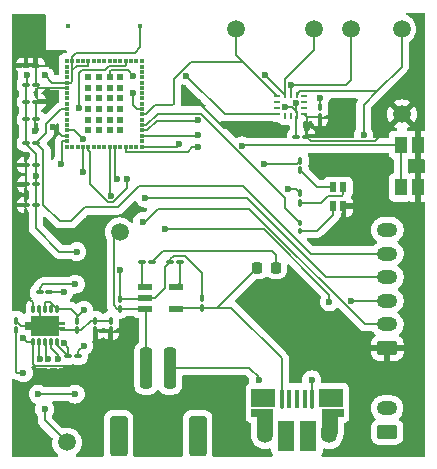
<source format=gbr>
%TF.GenerationSoftware,KiCad,Pcbnew,8.0.4*%
%TF.CreationDate,2025-10-30T08:56:40-04:00*%
%TF.ProjectId,Official Schematic,4f666669-6369-4616-9c20-536368656d61,rev?*%
%TF.SameCoordinates,Original*%
%TF.FileFunction,Copper,L1,Top*%
%TF.FilePolarity,Positive*%
%FSLAX46Y46*%
G04 Gerber Fmt 4.6, Leading zero omitted, Abs format (unit mm)*
G04 Created by KiCad (PCBNEW 8.0.4) date 2025-10-30 08:56:40*
%MOMM*%
%LPD*%
G01*
G04 APERTURE LIST*
G04 Aperture macros list*
%AMRoundRect*
0 Rectangle with rounded corners*
0 $1 Rounding radius*
0 $2 $3 $4 $5 $6 $7 $8 $9 X,Y pos of 4 corners*
0 Add a 4 corners polygon primitive as box body*
4,1,4,$2,$3,$4,$5,$6,$7,$8,$9,$2,$3,0*
0 Add four circle primitives for the rounded corners*
1,1,$1+$1,$2,$3*
1,1,$1+$1,$4,$5*
1,1,$1+$1,$6,$7*
1,1,$1+$1,$8,$9*
0 Add four rect primitives between the rounded corners*
20,1,$1+$1,$2,$3,$4,$5,0*
20,1,$1+$1,$4,$5,$6,$7,0*
20,1,$1+$1,$6,$7,$8,$9,0*
20,1,$1+$1,$8,$9,$2,$3,0*%
%AMFreePoly0*
4,1,45,-0.121464,1.703536,-0.120000,1.700000,-0.120000,1.205000,0.120000,1.205000,0.120000,1.700000,0.121464,1.703536,0.125000,1.705000,0.375000,1.705000,0.378536,1.703536,0.380000,1.700000,0.380000,1.205000,0.825000,1.205000,0.828536,1.203536,0.830000,1.200000,0.830000,-1.200000,0.828536,-1.203536,0.825000,-1.205000,0.380000,-1.205000,0.380000,-1.700000,0.378536,-1.703536,
0.375000,-1.705000,0.125000,-1.705000,0.121464,-1.703536,0.120000,-1.700000,0.120000,-1.205000,-0.120000,-1.205000,-0.120000,-1.700000,-0.121464,-1.703536,-0.125000,-1.705000,-0.375000,-1.705000,-0.378536,-1.703536,-0.380000,-1.700000,-0.380000,-1.205000,-0.825000,-1.205000,-0.828536,-1.203536,-0.830000,-1.200000,-0.830000,1.200000,-0.828536,1.203536,-0.825000,1.205000,-0.380000,1.205000,
-0.380000,1.700000,-0.378536,1.703536,-0.375000,1.705000,-0.125000,1.705000,-0.121464,1.703536,-0.121464,1.703536,$1*%
G04 Aperture macros list end*
%TA.AperFunction,SMDPad,CuDef*%
%ADD10C,1.500000*%
%TD*%
%TA.AperFunction,SMDPad,CuDef*%
%ADD11RoundRect,0.100000X0.100000X-0.217500X0.100000X0.217500X-0.100000X0.217500X-0.100000X-0.217500X0*%
%TD*%
%TA.AperFunction,SMDPad,CuDef*%
%ADD12RoundRect,0.250000X-0.250000X-1.500000X0.250000X-1.500000X0.250000X1.500000X-0.250000X1.500000X0*%
%TD*%
%TA.AperFunction,SMDPad,CuDef*%
%ADD13RoundRect,0.250001X-0.499999X-1.449999X0.499999X-1.449999X0.499999X1.449999X-0.499999X1.449999X0*%
%TD*%
%TA.AperFunction,SMDPad,CuDef*%
%ADD14RoundRect,0.100000X0.217500X0.100000X-0.217500X0.100000X-0.217500X-0.100000X0.217500X-0.100000X0*%
%TD*%
%TA.AperFunction,SMDPad,CuDef*%
%ADD15RoundRect,0.100000X-0.217500X-0.100000X0.217500X-0.100000X0.217500X0.100000X-0.217500X0.100000X0*%
%TD*%
%TA.AperFunction,ComponentPad*%
%ADD16RoundRect,0.250000X0.625000X-0.350000X0.625000X0.350000X-0.625000X0.350000X-0.625000X-0.350000X0*%
%TD*%
%TA.AperFunction,ComponentPad*%
%ADD17O,1.750000X1.200000*%
%TD*%
%TA.AperFunction,SMDPad,CuDef*%
%ADD18R,1.050000X1.400000*%
%TD*%
%TA.AperFunction,SMDPad,CuDef*%
%ADD19RoundRect,0.100000X-0.100000X0.217500X-0.100000X-0.217500X0.100000X-0.217500X0.100000X0.217500X0*%
%TD*%
%TA.AperFunction,SMDPad,CuDef*%
%ADD20RoundRect,0.030000X0.090000X-0.270000X0.090000X0.270000X-0.090000X0.270000X-0.090000X-0.270000X0*%
%TD*%
%TA.AperFunction,SMDPad,CuDef*%
%ADD21FreePoly0,90.000000*%
%TD*%
%TA.AperFunction,ComponentPad*%
%ADD22C,0.300000*%
%TD*%
%TA.AperFunction,SMDPad,CuDef*%
%ADD23R,1.270000X0.558800*%
%TD*%
%TA.AperFunction,SMDPad,CuDef*%
%ADD24R,0.350000X0.350000*%
%TD*%
%TA.AperFunction,SMDPad,CuDef*%
%ADD25R,0.350000X0.300000*%
%TD*%
%TA.AperFunction,SMDPad,CuDef*%
%ADD26R,0.300000X0.350000*%
%TD*%
%TA.AperFunction,SMDPad,CuDef*%
%ADD27R,0.600000X0.600000*%
%TD*%
%TA.AperFunction,SMDPad,CuDef*%
%ADD28R,0.430000X0.430000*%
%TD*%
%TA.AperFunction,SMDPad,CuDef*%
%ADD29R,0.558800X0.812800*%
%TD*%
%TA.AperFunction,SMDPad,CuDef*%
%ADD30R,0.400000X1.650000*%
%TD*%
%TA.AperFunction,SMDPad,CuDef*%
%ADD31R,1.825000X0.700000*%
%TD*%
%TA.AperFunction,SMDPad,CuDef*%
%ADD32R,2.000000X1.500000*%
%TD*%
%TA.AperFunction,SMDPad,CuDef*%
%ADD33R,1.350000X2.000000*%
%TD*%
%TA.AperFunction,ComponentPad*%
%ADD34O,1.350000X1.700000*%
%TD*%
%TA.AperFunction,ComponentPad*%
%ADD35O,1.100000X1.500000*%
%TD*%
%TA.AperFunction,SMDPad,CuDef*%
%ADD36R,1.430000X2.500000*%
%TD*%
%TA.AperFunction,SMDPad,CuDef*%
%ADD37RoundRect,0.100000X-0.100000X0.130000X-0.100000X-0.130000X0.100000X-0.130000X0.100000X0.130000X0*%
%TD*%
%TA.AperFunction,SMDPad,CuDef*%
%ADD38RoundRect,0.218750X0.218750X0.256250X-0.218750X0.256250X-0.218750X-0.256250X0.218750X-0.256250X0*%
%TD*%
%TA.AperFunction,SMDPad,CuDef*%
%ADD39R,0.475000X0.250000*%
%TD*%
%TA.AperFunction,SMDPad,CuDef*%
%ADD40R,0.250000X0.475000*%
%TD*%
%TA.AperFunction,ViaPad*%
%ADD41C,0.600000*%
%TD*%
%TA.AperFunction,Conductor*%
%ADD42C,0.200000*%
%TD*%
G04 APERTURE END LIST*
D10*
%TO.P,MISO1,1,1*%
%TO.N,/SPI2 MISO*%
X144500000Y-80800000D03*
%TD*%
D11*
%TO.P,C3,1*%
%TO.N,+3.3V*%
X132586270Y-106307500D03*
%TO.P,C3,2*%
%TO.N,GND*%
X132586270Y-105492500D03*
%TD*%
D12*
%TO.P,J1,1,Pin_1*%
%TO.N,Net-(J1-Pin_1)*%
X136893770Y-109492500D03*
%TO.P,J1,2,Pin_2*%
%TO.N,GND*%
X138893770Y-109492500D03*
D13*
%TO.P,J1,MP*%
%TO.N,N/C*%
X134543770Y-115242500D03*
X141243770Y-115242500D03*
%TD*%
D10*
%TO.P,GND1,1,1*%
%TO.N,GND*%
X130186270Y-115800000D03*
%TD*%
%TO.P,MOSI1,1,1*%
%TO.N,/SPI2 MOSI*%
X151086270Y-80800000D03*
%TD*%
%TO.P,TP1,1,1*%
%TO.N,Net-(J1-Pin_1)*%
X134643770Y-97992500D03*
%TD*%
D14*
%TO.P,R2,1*%
%TO.N,Net-(U2-PROG)*%
X139733770Y-100492500D03*
%TO.P,R2,2*%
%TO.N,GND*%
X138918770Y-100492500D03*
%TD*%
D15*
%TO.P,R1,1*%
%TO.N,VBAT*%
X130286270Y-108500000D03*
%TO.P,R1,2*%
%TO.N,Net-(U1-EN)*%
X131101270Y-108500000D03*
%TD*%
D14*
%TO.P,C9,1*%
%TO.N,+3.3V*%
X150407500Y-89900000D03*
%TO.P,C9,2*%
%TO.N,GND*%
X149592500Y-89900000D03*
%TD*%
D16*
%TO.P,J4,1,Pin_1*%
%TO.N,+3.3V*%
X157300000Y-107800000D03*
D17*
%TO.P,J4,2,Pin_2*%
%TO.N,/SWDIO*%
X157300000Y-105800000D03*
%TO.P,J4,3,Pin_3*%
%TO.N,/SWCLK*%
X157300000Y-103800000D03*
%TO.P,J4,4,Pin_4*%
%TO.N,/SWO*%
X157300000Y-101800000D03*
%TO.P,J4,5,Pin_5*%
%TO.N,Net-(J4-Pin_5)*%
X157300000Y-99800000D03*
%TO.P,J4,6,Pin_6*%
%TO.N,GND*%
X157300000Y-97800000D03*
%TD*%
D18*
%TO.P,S1,1_1*%
%TO.N,/Switch*%
X158436270Y-94200000D03*
%TO.P,S1,1_2*%
X158436270Y-90600000D03*
%TO.P,S1,2_1*%
%TO.N,+3.3V*%
X159886270Y-94200000D03*
%TO.P,S1,2_2*%
X159886270Y-90600000D03*
%TD*%
D19*
%TO.P,R4,1*%
%TO.N,Net-(U4-PB8)*%
X149936348Y-91953602D03*
%TO.P,R4,2*%
%TO.N,Net-(D2-Pad1)*%
X149936348Y-92768602D03*
%TD*%
D11*
%TO.P,C15,1*%
%TO.N,+3.3V*%
X151600000Y-88240000D03*
%TO.P,C15,2*%
%TO.N,GND*%
X151600000Y-87425000D03*
%TD*%
D14*
%TO.P,FB1,1*%
%TO.N,+3.3V*%
X127518770Y-83900000D03*
%TO.P,FB1,2*%
X126703770Y-83900000D03*
%TD*%
%TO.P,R3,1*%
%TO.N,Net-(D1-K)*%
X137368770Y-100492500D03*
%TO.P,R3,2*%
%TO.N,Net-(U2-STAT)*%
X136553770Y-100492500D03*
%TD*%
D19*
%TO.P,R5,1*%
%TO.N,Net-(U4-PB4)*%
X149936348Y-94703602D03*
%TO.P,R5,2*%
%TO.N,Net-(D2-Pad2)*%
X149936348Y-95518602D03*
%TD*%
D11*
%TO.P,C5,1*%
%TO.N,+3.3V*%
X133886270Y-106307500D03*
%TO.P,C5,2*%
%TO.N,GND*%
X133886270Y-105492500D03*
%TD*%
D20*
%TO.P,U1,1,VOUT*%
%TO.N,+3.3V*%
X127312005Y-107300000D03*
%TO.P,U1,2,L2*%
%TO.N,Net-(U1-L2)*%
X127812005Y-107300000D03*
%TO.P,U1,3,PGND*%
%TO.N,GND*%
X128312005Y-107300000D03*
%TO.P,U1,4,L1*%
%TO.N,Net-(U1-L1)*%
X128812005Y-107300000D03*
%TO.P,U1,5,VIN*%
%TO.N,VBAT*%
X129312005Y-107300000D03*
%TO.P,U1,6,EN*%
%TO.N,Net-(U1-EN)*%
X129312005Y-104500000D03*
%TO.P,U1,7,PS/SYNC*%
X128812005Y-104500000D03*
%TO.P,U1,8,VINA*%
X128312005Y-104500000D03*
%TO.P,U1,9,GND*%
%TO.N,GND*%
X127812005Y-104500000D03*
%TO.P,U1,10,FB*%
%TO.N,+3.3V*%
X127312005Y-104500000D03*
D21*
%TO.P,U1,11,PGND*%
%TO.N,GND*%
X128312005Y-105900000D03*
D22*
%TO.P,U1,12*%
X129262005Y-105900000D03*
%TO.P,U1,13*%
X128312005Y-106475000D03*
%TO.P,U1,14*%
X128312005Y-105325000D03*
%TO.P,U1,15*%
X127362005Y-105900000D03*
%TD*%
D14*
%TO.P,L1,1,1*%
%TO.N,Net-(U1-L1)*%
X128693770Y-103100000D03*
%TO.P,L1,2,2*%
%TO.N,Net-(U1-L2)*%
X127878770Y-103100000D03*
%TD*%
D16*
%TO.P,J3,1,Pin_1*%
%TO.N,/Haptic Motor*%
X157286270Y-114900000D03*
D17*
%TO.P,J3,2,Pin_2*%
%TO.N,GND*%
X157286270Y-112900000D03*
%TD*%
D23*
%TO.P,U2,1,STAT*%
%TO.N,Net-(U2-STAT)*%
X136802970Y-102612900D03*
%TO.P,U2,2,VSS*%
%TO.N,GND*%
X136802970Y-103552700D03*
%TO.P,U2,3,VBAT*%
%TO.N,Net-(J1-Pin_1)*%
X136802970Y-104492500D03*
%TO.P,U2,4,VDD*%
%TO.N,Net-(D1-A)*%
X139393770Y-104492500D03*
%TO.P,U2,5,PROG*%
%TO.N,Net-(U2-PROG)*%
X139393770Y-102612900D03*
%TD*%
D24*
%TO.P,U4,1,PA2*%
%TO.N,unconnected-(U4-PA2-Pad1)*%
X130161270Y-83500000D03*
D25*
%TO.P,U4,2,PA1*%
%TO.N,unconnected-(U4-PA1-Pad2)*%
X130161270Y-83975000D03*
%TO.P,U4,3,PA0*%
%TO.N,unconnected-(U4-PA0-Pad3)*%
X130161270Y-84425000D03*
%TO.P,U4,4,VREF*%
%TO.N,unconnected-(U4-VREF-Pad4)*%
X130161270Y-84875000D03*
%TO.P,U4,5,VSS*%
%TO.N,GND*%
X130161270Y-85325000D03*
%TO.P,U4,6,VDDA*%
%TO.N,+3.3V*%
X130161270Y-85775000D03*
%TO.P,U4,7,PC3*%
%TO.N,unconnected-(U4-PC3-Pad7)*%
X130161270Y-86225000D03*
%TO.P,U4,8,PC2*%
%TO.N,unconnected-(U4-PC2-Pad8)*%
X130161270Y-86675000D03*
%TO.P,U4,9,PC1*%
%TO.N,unconnected-(U4-PC1-Pad9)*%
X130161270Y-87125000D03*
%TO.P,U4,10,NRST*%
%TO.N,Net-(J4-Pin_5)*%
X130161270Y-87575000D03*
%TO.P,U4,11,PB9*%
%TO.N,unconnected-(U4-PB9-Pad11)*%
X130161270Y-88025000D03*
%TO.P,U4,12,PC0*%
%TO.N,unconnected-(U4-PC0-Pad12)*%
X130161270Y-88475000D03*
%TO.P,U4,13,PH3-BOOT0*%
%TO.N,unconnected-(U4-PH3-BOOT0-Pad13)*%
X130161270Y-88925000D03*
%TO.P,U4,14,PB8*%
%TO.N,Net-(U4-PB8)*%
X130161270Y-89375000D03*
%TO.P,U4,15,VBAT*%
%TO.N,+3.3V*%
X130161270Y-89825000D03*
%TO.P,U4,16,VSSSMPS*%
%TO.N,GND*%
X130161270Y-90275000D03*
D24*
%TO.P,U4,17,VDDSMPS*%
%TO.N,unconnected-(U4-VDDSMPS-Pad17)*%
X130161270Y-90750000D03*
D26*
%TO.P,U4,18,PB7*%
%TO.N,unconnected-(U4-PB7-Pad18)*%
X130636270Y-90750000D03*
%TO.P,U4,19,PB5*%
%TO.N,unconnected-(U4-PB5-Pad19)*%
X131086270Y-90750000D03*
%TO.P,U4,20,PB4*%
%TO.N,Net-(U4-PB4)*%
X131536270Y-90750000D03*
%TO.P,U4,21,PB3*%
%TO.N,/SWO*%
X131986270Y-90750000D03*
%TO.P,U4,22,PC10*%
%TO.N,unconnected-(U4-PC10-Pad22)*%
X132436270Y-90750000D03*
%TO.P,U4,23,PC11*%
%TO.N,unconnected-(U4-PC11-Pad23)*%
X132886270Y-90750000D03*
%TO.P,U4,24,PC12*%
%TO.N,unconnected-(U4-PC12-Pad24)*%
X133336270Y-90750000D03*
%TO.P,U4,25,PA13*%
%TO.N,/SWDIO*%
X133786270Y-90750000D03*
%TO.P,U4,26,PA14*%
%TO.N,/SWCLK*%
X134236270Y-90750000D03*
%TO.P,U4,27,PA15*%
%TO.N,unconnected-(U4-PA15-Pad27)*%
X134686270Y-90750000D03*
%TO.P,U4,28,PA10*%
%TO.N,/Switch*%
X135136270Y-90750000D03*
%TO.P,U4,29,PA12*%
%TO.N,unconnected-(U4-PA12-Pad29)*%
X135586270Y-90750000D03*
%TO.P,U4,30,PA11*%
%TO.N,unconnected-(U4-PA11-Pad30)*%
X136036270Y-90750000D03*
D24*
%TO.P,U4,31,VSS*%
%TO.N,GND*%
X136511270Y-90750000D03*
D25*
%TO.P,U4,32,VDDUSB*%
%TO.N,unconnected-(U4-VDDUSB-Pad32)*%
X136511270Y-90275000D03*
%TO.P,U4,33,PD0*%
%TO.N,Net-(U3-CSB)*%
X136511270Y-89825000D03*
%TO.P,U4,34,PD1*%
%TO.N,Net-(U3-SCX)*%
X136511270Y-89375000D03*
%TO.P,U4,35,PB13*%
%TO.N,Net-(U4-PB13)*%
X136511270Y-88925000D03*
%TO.P,U4,36,PC6*%
%TO.N,unconnected-(U4-PC6-Pad36)*%
X136511270Y-88475000D03*
%TO.P,U4,37,PB14*%
%TO.N,/SPI2 MISO*%
X136511270Y-88025000D03*
%TO.P,U4,38,PB15*%
%TO.N,/SPI2 MOSI*%
X136511270Y-87575000D03*
%TO.P,U4,39,PB6*%
%TO.N,unconnected-(U4-PB6-Pad39)*%
X136511270Y-87125000D03*
%TO.P,U4,40,PC13*%
%TO.N,unconnected-(U4-PC13-Pad40)*%
X136511270Y-86675000D03*
%TO.P,U4,41,PB12*%
%TO.N,unconnected-(U4-PB12-Pad41)*%
X136511270Y-86225000D03*
%TO.P,U4,42,PE4*%
%TO.N,unconnected-(U4-PE4-Pad42)*%
X136511270Y-85775000D03*
%TO.P,U4,43,PB1*%
%TO.N,unconnected-(U4-PB1-Pad43)*%
X136511270Y-85325000D03*
%TO.P,U4,44,PB0*%
%TO.N,unconnected-(U4-PB0-Pad44)*%
X136511270Y-84875000D03*
%TO.P,U4,45,PC5*%
%TO.N,unconnected-(U4-PC5-Pad45)*%
X136511270Y-84425000D03*
%TO.P,U4,46,PB11*%
%TO.N,unconnected-(U4-PB11-Pad46)*%
X136511270Y-83975000D03*
D24*
%TO.P,U4,47,PB10*%
%TO.N,unconnected-(U4-PB10-Pad47)*%
X136511270Y-83500000D03*
D26*
%TO.P,U4,48,PB2*%
%TO.N,unconnected-(U4-PB2-Pad48)*%
X136036270Y-83500000D03*
%TO.P,U4,49,PC4*%
%TO.N,unconnected-(U4-PC4-Pad49)*%
X135586270Y-83500000D03*
%TO.P,U4,50,PA8*%
%TO.N,/Haptic Motor*%
X135136270Y-83500000D03*
%TO.P,U4,51,PA9*%
%TO.N,unconnected-(U4-PA9-Pad51)*%
X134686270Y-83500000D03*
%TO.P,U4,52,PA7*%
%TO.N,unconnected-(U4-PA7-Pad52)*%
X134236270Y-83500000D03*
%TO.P,U4,53,PA6*%
%TO.N,unconnected-(U4-PA6-Pad53)*%
X133786270Y-83500000D03*
%TO.P,U4,54,PA5*%
%TO.N,unconnected-(U4-PA5-Pad54)*%
X133336270Y-83500000D03*
%TO.P,U4,55,PA4*%
%TO.N,unconnected-(U4-PA4-Pad55)*%
X132886270Y-83500000D03*
%TO.P,U4,56,PA3*%
%TO.N,unconnected-(U4-PA3-Pad56)*%
X132436270Y-83500000D03*
%TO.P,U4,57,VSS*%
%TO.N,GND*%
X131986270Y-83500000D03*
%TO.P,U4,58,ANT_IN*%
%TO.N,unconnected-(U4-ANT_IN-Pad58)*%
X131536270Y-83500000D03*
%TO.P,U4,59,RF_OUT*%
%TO.N,unconnected-(U4-RF_OUT-Pad59)*%
X131086270Y-83500000D03*
%TO.P,U4,60,VSS*%
%TO.N,GND*%
X130636270Y-83500000D03*
D27*
%TO.P,U4,61,PH0*%
%TO.N,unconnected-(U4-PH0-Pad61)*%
X131986270Y-84875000D03*
%TO.P,U4,62,PH1*%
%TO.N,unconnected-(U4-PH1-Pad62)*%
X131986270Y-85775000D03*
%TO.P,U4,63,PD14*%
%TO.N,unconnected-(U4-PD14-Pad63)*%
X131986270Y-86675000D03*
%TO.P,U4,64,PE1*%
%TO.N,unconnected-(U4-PE1-Pad64)*%
X131986270Y-87575000D03*
%TO.P,U4,65,PD13*%
%TO.N,unconnected-(U4-PD13-Pad65)*%
X131986270Y-88475000D03*
%TO.P,U4,66,PD12*%
%TO.N,unconnected-(U4-PD12-Pad66)*%
X131986270Y-89375000D03*
%TO.P,U4,67,PD7*%
%TO.N,unconnected-(U4-PD7-Pad67)*%
X132886270Y-89375000D03*
%TO.P,U4,68,PD2*%
%TO.N,unconnected-(U4-PD2-Pad68)*%
X133786270Y-89375000D03*
%TO.P,U4,69,PC9*%
%TO.N,unconnected-(U4-PC9-Pad69)*%
X134686270Y-89375000D03*
%TO.P,U4,70,PD3*%
%TO.N,unconnected-(U4-PD3-Pad70)*%
X134686270Y-88475000D03*
%TO.P,U4,71,PC7*%
%TO.N,unconnected-(U4-PC7-Pad71)*%
X134686270Y-87575000D03*
%TO.P,U4,72,PE3*%
%TO.N,unconnected-(U4-PE3-Pad72)*%
X134686270Y-86675000D03*
%TO.P,U4,73,PD4*%
%TO.N,unconnected-(U4-PD4-Pad73)*%
X134686270Y-85775000D03*
%TO.P,U4,74,PD9*%
%TO.N,unconnected-(U4-PD9-Pad74)*%
X134686270Y-84875000D03*
%TO.P,U4,75,PD8*%
%TO.N,Net-(U3-INT1)*%
X133786270Y-84875000D03*
%TO.P,U4,76,PD15*%
%TO.N,unconnected-(U4-PD15-Pad76)*%
X132886270Y-84875000D03*
%TO.P,U4,77,PD10*%
%TO.N,unconnected-(U4-PD10-Pad77)*%
X132886270Y-85775000D03*
%TO.P,U4,78,PE2*%
%TO.N,unconnected-(U4-PE2-Pad78)*%
X132886270Y-86675000D03*
%TO.P,U4,79,PE0*%
%TO.N,unconnected-(U4-PE0-Pad79)*%
X132886270Y-87575000D03*
%TO.P,U4,80,PD5*%
%TO.N,unconnected-(U4-PD5-Pad80)*%
X132886270Y-88475000D03*
%TO.P,U4,81,PD6*%
%TO.N,unconnected-(U4-PD6-Pad81)*%
X133786270Y-88475000D03*
%TO.P,U4,82,PD11*%
%TO.N,unconnected-(U4-PD11-Pad82)*%
X133786270Y-87575000D03*
%TO.P,U4,83,PC8*%
%TO.N,unconnected-(U4-PC8-Pad83)*%
X133786270Y-86675000D03*
%TO.P,U4,84,VSS*%
%TO.N,GND*%
X133786270Y-85775000D03*
D28*
%TO.P,U4,85,ANT_NC*%
%TO.N,unconnected-(U4-ANT_NC-Pad85)*%
X130286270Y-80540000D03*
%TO.P,U4,86,VSS*%
%TO.N,GND*%
X136386270Y-80540000D03*
%TD*%
D29*
%TO.P,D2,1*%
%TO.N,Net-(D2-Pad1)*%
X152686348Y-94193600D03*
%TO.P,D2,2*%
%TO.N,Net-(D2-Pad2)*%
X153586270Y-94193600D03*
%TO.P,D2,3*%
%TO.N,+3.3V*%
X153586270Y-95793602D03*
%TO.P,D2,4*%
%TO.N,Net-(D2-Pad4)*%
X152686348Y-95793602D03*
%TD*%
D15*
%TO.P,C12,1*%
%TO.N,+3.3V*%
X126746270Y-95700000D03*
%TO.P,C12,2*%
%TO.N,GND*%
X127561270Y-95700000D03*
%TD*%
D10*
%TO.P,SCX1,1,1*%
%TO.N,Net-(U3-SCX)*%
X154200000Y-80800000D03*
%TD*%
%TO.P,3.3V1,1,1*%
%TO.N,+3.3V*%
X158536270Y-88000000D03*
%TD*%
D30*
%TO.P,J5,1,VBUS*%
%TO.N,Net-(D1-A)*%
X148363770Y-112112500D03*
%TO.P,J5,2,D-*%
%TO.N,unconnected-(J5-D--Pad2)*%
X149013770Y-112112500D03*
%TO.P,J5,3,D+*%
%TO.N,unconnected-(J5-D+-Pad3)*%
X149663770Y-112112500D03*
%TO.P,J5,4,ID*%
%TO.N,unconnected-(J5-ID-Pad4)*%
X150313770Y-112112500D03*
%TO.P,J5,5,GND*%
%TO.N,GND*%
X150963770Y-112112500D03*
D31*
%TO.P,J5,6,Shield*%
%TO.N,unconnected-(J5-Shield-Pad6)_11*%
X146713770Y-113312500D03*
D32*
%TO.N,unconnected-(J5-Shield-Pad6)_1*%
X146813770Y-112012500D03*
D33*
%TO.N,unconnected-(J5-Shield-Pad6)_6*%
X146933770Y-114062500D03*
D34*
%TO.N,unconnected-(J5-Shield-Pad6)_3*%
X146933770Y-114992500D03*
D35*
%TO.N,unconnected-(J5-Shield-Pad6)_10*%
X147243770Y-111992500D03*
D36*
%TO.N,unconnected-(J5-Shield-Pad6)_4*%
X148703770Y-115262500D03*
%TO.N,unconnected-(J5-Shield-Pad6)_7*%
X150623770Y-115262500D03*
D35*
%TO.N,unconnected-(J5-Shield-Pad6)_8*%
X152083770Y-111992500D03*
D34*
%TO.N,unconnected-(J5-Shield-Pad6)_9*%
X152393770Y-114992500D03*
D33*
%TO.N,unconnected-(J5-Shield-Pad6)*%
X152413770Y-114062500D03*
D32*
%TO.N,unconnected-(J5-Shield-Pad6)_5*%
X152563770Y-111992500D03*
D31*
%TO.N,unconnected-(J5-Shield-Pad6)_2*%
X152663770Y-113312500D03*
%TD*%
D37*
%TO.P,R6,1*%
%TO.N,Net-(U4-PB13)*%
X149936348Y-97225000D03*
%TO.P,R6,2*%
%TO.N,Net-(D2-Pad4)*%
X149936348Y-97865000D03*
%TD*%
D14*
%TO.P,C7,1*%
%TO.N,+3.3V*%
X127561270Y-86950000D03*
%TO.P,C7,2*%
%TO.N,GND*%
X126746270Y-86950000D03*
%TD*%
%TO.P,C13,1*%
%TO.N,Net-(J4-Pin_5)*%
X127561270Y-90450000D03*
%TO.P,C13,2*%
%TO.N,GND*%
X126746270Y-90450000D03*
%TD*%
D11*
%TO.P,C14,1*%
%TO.N,VBAT*%
X125886270Y-106307500D03*
%TO.P,C14,2*%
%TO.N,GND*%
X125886270Y-105492500D03*
%TD*%
D19*
%TO.P,C2,1*%
%TO.N,Net-(U1-EN)*%
X130986270Y-105492500D03*
%TO.P,C2,2*%
%TO.N,GND*%
X130986270Y-106307500D03*
%TD*%
D14*
%TO.P,C6,1*%
%TO.N,+3.3V*%
X127536270Y-85500000D03*
%TO.P,C6,2*%
%TO.N,GND*%
X126721270Y-85500000D03*
%TD*%
D38*
%TO.P,D1,1,K*%
%TO.N,Net-(D1-K)*%
X147875000Y-100992500D03*
%TO.P,D1,2,A*%
%TO.N,Net-(D1-A)*%
X146300000Y-100992500D03*
%TD*%
D11*
%TO.P,C1,1*%
%TO.N,Net-(D1-A)*%
X141643770Y-104400000D03*
%TO.P,C1,2*%
%TO.N,GND*%
X141643770Y-103585000D03*
%TD*%
D15*
%TO.P,C10,1*%
%TO.N,+3.3V*%
X126746270Y-92300000D03*
%TO.P,C10,2*%
%TO.N,GND*%
X127561270Y-92300000D03*
%TD*%
%TO.P,C11,1*%
%TO.N,+3.3V*%
X126746270Y-93950000D03*
%TO.P,C11,2*%
%TO.N,GND*%
X127561270Y-93950000D03*
%TD*%
D11*
%TO.P,C4,1*%
%TO.N,Net-(J1-Pin_1)*%
X134643770Y-104492500D03*
%TO.P,C4,2*%
%TO.N,GND*%
X134643770Y-103677500D03*
%TD*%
D39*
%TO.P,U3,1,SDO*%
%TO.N,/SPI2 MISO*%
X147961270Y-86500000D03*
%TO.P,U3,2,NC*%
%TO.N,unconnected-(U3-NC-Pad2)*%
X147961270Y-87000000D03*
%TO.P,U3,3,NC*%
%TO.N,unconnected-(U3-NC-Pad3)*%
X147961270Y-87500000D03*
%TO.P,U3,4,INT1*%
%TO.N,Net-(U3-INT1)*%
X147961270Y-88000000D03*
D40*
%TO.P,U3,5,VDDIO*%
%TO.N,unconnected-(U3-VDDIO-Pad5)*%
X148623770Y-88162500D03*
%TO.P,U3,6,GNDIO*%
%TO.N,unconnected-(U3-GNDIO-Pad6)*%
X149123770Y-88162500D03*
%TO.P,U3,7,GND*%
%TO.N,GND*%
X149623770Y-88162500D03*
D39*
%TO.P,U3,8,VDD*%
%TO.N,+3.3V*%
X150286270Y-88000000D03*
%TO.P,U3,9,INT2*%
%TO.N,unconnected-(U3-INT2-Pad9)*%
X150286270Y-87500000D03*
%TO.P,U3,10,NC*%
%TO.N,unconnected-(U3-NC-Pad10)*%
X150286270Y-87000000D03*
%TO.P,U3,11,NC*%
%TO.N,unconnected-(U3-NC-Pad11)*%
X150286270Y-86500000D03*
D40*
%TO.P,U3,12,CSB*%
%TO.N,Net-(U3-CSB)*%
X149623770Y-86337500D03*
%TO.P,U3,13,SCX*%
%TO.N,Net-(U3-SCX)*%
X149123770Y-86337500D03*
%TO.P,U3,14,SDX*%
%TO.N,/SPI2 MOSI*%
X148623770Y-86337500D03*
%TD*%
D10*
%TO.P,CSB1,1,1*%
%TO.N,Net-(U3-CSB)*%
X158500000Y-80800000D03*
%TD*%
D14*
%TO.P,C8,1*%
%TO.N,+3.3V*%
X127561270Y-88450000D03*
%TO.P,C8,2*%
%TO.N,GND*%
X126746270Y-88450000D03*
%TD*%
D41*
%TO.N,+3.3V*%
X129000000Y-87000000D03*
X128886270Y-83900000D03*
X150500000Y-89200000D03*
X126486270Y-103700000D03*
X148800000Y-89200000D03*
X128986270Y-89094145D03*
X127486270Y-89450000D03*
X126436270Y-106961020D03*
X141300000Y-87000000D03*
X126786270Y-91450000D03*
%TO.N,GND*%
X134693770Y-101200000D03*
X126800000Y-84700000D03*
X129700000Y-92200000D03*
X128300000Y-84700000D03*
X149598768Y-87025002D03*
X148648772Y-87433343D03*
X146393770Y-110492500D03*
X151600000Y-86625000D03*
X139700000Y-90500000D03*
X128286270Y-113000000D03*
X150893770Y-110492500D03*
X128610339Y-108750000D03*
X127561270Y-93200000D03*
X131012005Y-99650000D03*
X133790317Y-85809683D03*
%TO.N,Net-(U1-EN)*%
X131586270Y-107600000D03*
X131586270Y-104600000D03*
%TO.N,Net-(U3-CSB)*%
X155286270Y-89750000D03*
X141286270Y-89750000D03*
%TO.N,/Haptic Motor*%
X131236268Y-87500000D03*
%TO.N,/SWDIO*%
X136586270Y-97100000D03*
X133886270Y-94900000D03*
%TO.N,/SWCLK*%
X134386270Y-93500000D03*
X152400000Y-103900000D03*
X138486270Y-97700000D03*
X154250000Y-103850000D03*
%TO.N,Net-(U1-L2)*%
X130886270Y-102400000D03*
X130886270Y-111700000D03*
X127862005Y-108700000D03*
X127736270Y-111700000D03*
%TO.N,Net-(U1-L1)*%
X129886270Y-103100000D03*
X129386270Y-108750000D03*
%TO.N,/SPI2 MOSI*%
X146961270Y-84675000D03*
X135786270Y-86250000D03*
%TO.N,VBAT*%
X129886270Y-107400000D03*
X126486270Y-109900000D03*
%TO.N,Net-(U4-PB8)*%
X146886270Y-92200000D03*
X131536269Y-90099266D03*
%TO.N,Net-(U4-PB4)*%
X131536270Y-92900000D03*
X148886270Y-94300000D03*
%TO.N,/Switch*%
X141300000Y-90800000D03*
X145020953Y-90679047D03*
%TO.N,Net-(U3-SCX)*%
X141286270Y-88500000D03*
X149173770Y-85554187D03*
%TO.N,Net-(U3-INT1)*%
X135786270Y-84750000D03*
X140286270Y-84750000D03*
%TO.N,/SWO*%
X136800000Y-95100000D03*
X135300000Y-93500000D03*
%TD*%
D42*
%TO.N,+3.3V*%
X141300000Y-87000000D02*
X143453730Y-89153730D01*
X127486270Y-89450000D02*
X127486270Y-88525000D01*
X131586270Y-109300000D02*
X132586270Y-108300000D01*
X130161270Y-89825000D02*
X129717125Y-89825000D01*
X150526270Y-88240000D02*
X150286270Y-88000000D01*
X150807500Y-90300000D02*
X156236270Y-90300000D01*
X150407500Y-89900000D02*
X150407500Y-89292500D01*
X127536270Y-83917500D02*
X127518770Y-83900000D01*
X151600000Y-88240000D02*
X150526270Y-88240000D01*
X130161270Y-85775000D02*
X127811270Y-85775000D01*
X150407500Y-89900000D02*
X150807500Y-90300000D01*
X127312005Y-103925735D02*
X127312005Y-104500000D01*
X128886270Y-83900000D02*
X127518770Y-83900000D01*
X127312005Y-107300000D02*
X126775250Y-107300000D01*
X127486270Y-88525000D02*
X127561270Y-88450000D01*
X126775250Y-107300000D02*
X126436270Y-106961020D01*
X132586270Y-108300000D02*
X132586270Y-106307500D01*
X127486270Y-109300000D02*
X131586270Y-109300000D01*
X127312005Y-109125735D02*
X127486270Y-109300000D01*
X126786270Y-95740000D02*
X126746270Y-95700000D01*
X150500000Y-88213730D02*
X150286270Y-88000000D01*
X150407500Y-89292500D02*
X150500000Y-89200000D01*
X126746270Y-91490000D02*
X126786270Y-91450000D01*
X127811270Y-85775000D02*
X127536270Y-85500000D01*
X127536270Y-85500000D02*
X127536270Y-83917500D01*
X156236270Y-90300000D02*
X158536270Y-88000000D01*
X126746270Y-93950000D02*
X126746270Y-92200000D01*
X129717125Y-89825000D02*
X128986270Y-89094145D01*
X126486270Y-103700000D02*
X127086270Y-103700000D01*
X148753730Y-89153730D02*
X148800000Y-89200000D01*
X127086270Y-103700000D02*
X127312005Y-103925735D01*
X129000000Y-87000000D02*
X128950000Y-86950000D01*
X150500000Y-89200000D02*
X150500000Y-88213730D01*
X126746270Y-92200000D02*
X126746270Y-91490000D01*
X126746270Y-95700000D02*
X126746270Y-93950000D01*
X127312005Y-107300000D02*
X127312005Y-109125735D01*
X127561270Y-88450000D02*
X127561270Y-86950000D01*
X132586270Y-106307500D02*
X133886270Y-106307500D01*
X126721270Y-83750000D02*
X127536270Y-83750000D01*
X143453730Y-89153730D02*
X148753730Y-89153730D01*
X128950000Y-86950000D02*
X127561270Y-86950000D01*
%TO.N,GND*%
X128312005Y-107300000D02*
X128432005Y-107420000D01*
X149592500Y-89900000D02*
X149592500Y-88193770D01*
X130536270Y-85325000D02*
X130161270Y-85325000D01*
X125886270Y-105492500D02*
X126293770Y-105900000D01*
X129537005Y-99650000D02*
X131012005Y-99650000D01*
X126746270Y-86950000D02*
X126746270Y-88450000D01*
X134643770Y-103677500D02*
X136678170Y-103677500D01*
X141643770Y-101492500D02*
X141643770Y-103585000D01*
X127561270Y-93200000D02*
X127561270Y-92200000D01*
X128432005Y-108571666D02*
X128610339Y-108750000D01*
X138458770Y-102731900D02*
X138458770Y-100952500D01*
X126800000Y-84700000D02*
X126800000Y-85421270D01*
X131011270Y-83925000D02*
X130636270Y-84300000D01*
X132586270Y-105492500D02*
X133886270Y-105492500D01*
X126746270Y-90520956D02*
X126746270Y-90450000D01*
X131936270Y-83925000D02*
X131011270Y-83925000D01*
X146393770Y-110293770D02*
X146393770Y-110492500D01*
X130186270Y-115800000D02*
X128286270Y-113900000D01*
X149623770Y-87837500D02*
X149219613Y-87433343D01*
X129669505Y-106307500D02*
X129262005Y-105900000D01*
X132186270Y-105492500D02*
X132586270Y-105492500D01*
X134643770Y-101250000D02*
X134693770Y-101200000D01*
X138918770Y-100292501D02*
X139218771Y-99992500D01*
X150893770Y-110492500D02*
X150963770Y-110562500D01*
X130886270Y-106307500D02*
X131371270Y-106307500D01*
X140143770Y-99992500D02*
X141643770Y-101492500D01*
X136802970Y-103552700D02*
X137637970Y-103552700D01*
X130161270Y-85325000D02*
X128925000Y-85325000D01*
X131986270Y-83875000D02*
X131936270Y-83925000D01*
X126721270Y-86925000D02*
X126746270Y-86950000D01*
X131986270Y-83500000D02*
X131986270Y-83875000D01*
X127862005Y-104550000D02*
X127862005Y-105511396D01*
X149592500Y-88193770D02*
X149623770Y-88162500D01*
X136511270Y-90750000D02*
X139450000Y-90750000D01*
X127561270Y-95700000D02*
X127561270Y-93950000D01*
X137637970Y-103552700D02*
X138458770Y-102731900D01*
X130636270Y-85225000D02*
X130536270Y-85325000D01*
X126746270Y-88450000D02*
X126746270Y-90450000D01*
X139218771Y-99992500D02*
X140143770Y-99992500D01*
X150963770Y-110562500D02*
X150963770Y-112862500D01*
X129786270Y-90275000D02*
X130161270Y-90275000D01*
X136386270Y-80540000D02*
X136386270Y-82316422D01*
X128286270Y-113900000D02*
X128286270Y-113000000D01*
X127561270Y-95150000D02*
X127561270Y-97674265D01*
X129700000Y-92200000D02*
X129736270Y-92163730D01*
X127812005Y-104500000D02*
X127862005Y-104550000D01*
X127561270Y-92200000D02*
X127561270Y-91335956D01*
X130636270Y-83125000D02*
X130636270Y-83500000D01*
X130886270Y-106307500D02*
X129669505Y-106307500D01*
X139450000Y-90750000D02*
X139700000Y-90500000D01*
X129736270Y-92163730D02*
X129736270Y-90325000D01*
X126293770Y-105900000D02*
X128312005Y-105900000D01*
X127561270Y-97674265D02*
X129537005Y-99650000D01*
X129736270Y-90325000D02*
X129786270Y-90275000D01*
X136678170Y-103677500D02*
X136802970Y-103552700D01*
X149598768Y-87812498D02*
X149598768Y-87025002D01*
X149219613Y-87433343D02*
X148648772Y-87433343D01*
X128250609Y-105900000D02*
X128312005Y-105900000D01*
X130636270Y-84300000D02*
X130636270Y-85225000D01*
X126800000Y-85421270D02*
X126721270Y-85500000D01*
X128925000Y-85325000D02*
X128300000Y-84700000D01*
X135902692Y-82800000D02*
X130961270Y-82800000D01*
X127862005Y-105511396D02*
X128250609Y-105900000D01*
X149623770Y-87837500D02*
X149623770Y-88162500D01*
X136386270Y-82316422D02*
X135902692Y-82800000D01*
X131371270Y-106307500D02*
X132186270Y-105492500D01*
X130961270Y-82800000D02*
X130636270Y-83125000D01*
X133786270Y-85805636D02*
X133790317Y-85809683D01*
X127561270Y-91335956D02*
X126746270Y-90520956D01*
X138458770Y-100952500D02*
X138918770Y-100492500D01*
X145592500Y-109492500D02*
X146393770Y-110293770D01*
X149623770Y-87837500D02*
X149598768Y-87812498D01*
X138893770Y-109492500D02*
X145592500Y-109492500D01*
X128432005Y-107420000D02*
X128432005Y-108571666D01*
X151600000Y-86625000D02*
X151600000Y-87425000D01*
X126721270Y-85500000D02*
X126721270Y-86925000D01*
X127561270Y-93950000D02*
X127561270Y-93200000D01*
X133786270Y-85775000D02*
X133786270Y-85805636D01*
X134643770Y-103677500D02*
X134643770Y-101250000D01*
X138918770Y-100492500D02*
X138918770Y-100292501D01*
X130636270Y-83500000D02*
X130636270Y-84300000D01*
%TO.N,Net-(D1-A)*%
X142892500Y-104400000D02*
X142800000Y-104400000D01*
X142892500Y-104400000D02*
X144100000Y-104400000D01*
X148363770Y-108663770D02*
X148363770Y-112862500D01*
X142800000Y-104400000D02*
X141643770Y-104400000D01*
X146300000Y-100992500D02*
X142892500Y-104400000D01*
X141643770Y-104400000D02*
X139486270Y-104400000D01*
X139486270Y-104400000D02*
X139393770Y-104492500D01*
X144100000Y-104400000D02*
X148363770Y-108663770D01*
%TO.N,Net-(U1-EN)*%
X130986270Y-104986270D02*
X130986270Y-105492500D01*
X130986270Y-105200000D02*
X131586270Y-104600000D01*
X129312005Y-104500000D02*
X130500000Y-104500000D01*
X128712005Y-103900000D02*
X128312005Y-103900000D01*
X130986270Y-105492500D02*
X130986270Y-105200000D01*
X129312005Y-104500000D02*
X128712005Y-103900000D01*
X128312005Y-104500000D02*
X128312005Y-103900000D01*
X131101270Y-108085000D02*
X131586270Y-107600000D01*
X131101270Y-108500000D02*
X131101270Y-108085000D01*
X130500000Y-104500000D02*
X130986270Y-104986270D01*
%TO.N,Net-(J1-Pin_1)*%
X136893770Y-109892500D02*
X136893770Y-104583300D01*
X134643770Y-104492500D02*
X134443771Y-104492500D01*
X134643770Y-104492500D02*
X136802970Y-104492500D01*
X134143770Y-104192499D02*
X134143770Y-98492500D01*
X136893770Y-104583300D02*
X136802970Y-104492500D01*
X134143770Y-98492500D02*
X134643770Y-97992500D01*
X134443771Y-104492500D02*
X134143770Y-104192499D01*
%TO.N,Net-(J4-Pin_5)*%
X128436270Y-88803556D02*
X129664826Y-87575000D01*
X129558452Y-97050000D02*
X130558452Y-97050000D01*
X128436270Y-89575000D02*
X128436270Y-88803556D01*
X145100000Y-94100000D02*
X150800000Y-99800000D01*
X128186270Y-95677818D02*
X129558452Y-97050000D01*
X131308452Y-96291548D02*
X131700000Y-95900000D01*
X130558452Y-97050000D02*
X131308452Y-96300000D01*
X136300000Y-94100000D02*
X145100000Y-94100000D01*
X150800000Y-99800000D02*
X157300000Y-99800000D01*
X128186270Y-91075000D02*
X128186270Y-95677818D01*
X131308452Y-96300000D02*
X131308452Y-96291548D01*
X127561270Y-90450000D02*
X128436270Y-89575000D01*
X129664826Y-87575000D02*
X130161270Y-87575000D01*
X131700000Y-95900000D02*
X134500000Y-95900000D01*
X127561270Y-90450000D02*
X128186270Y-91075000D01*
X134500000Y-95900000D02*
X136300000Y-94100000D01*
%TO.N,Net-(U3-CSB)*%
X141211270Y-89825000D02*
X141286270Y-89750000D01*
X136511270Y-89825000D02*
X141211270Y-89825000D01*
X155286270Y-89750000D02*
X155286270Y-87188730D01*
X155286270Y-87188730D02*
X156400000Y-86075000D01*
X156400000Y-86075000D02*
X149886270Y-86075000D01*
X156400000Y-86075000D02*
X158500000Y-83975000D01*
X158500000Y-83975000D02*
X158500000Y-80800000D01*
X149886270Y-86075000D02*
X149623770Y-86337500D01*
%TO.N,Net-(D1-K)*%
X138268770Y-99592500D02*
X147568770Y-99592500D01*
X147568770Y-99592500D02*
X147875000Y-99898730D01*
X147875000Y-99898730D02*
X147875000Y-100992500D01*
X137368770Y-100492500D02*
X138268770Y-99592500D01*
%TO.N,Net-(D2-Pad2)*%
X152294150Y-94900000D02*
X153486270Y-94900000D01*
X151675548Y-95518602D02*
X152294150Y-94900000D01*
X153486270Y-94900000D02*
X153586270Y-94800000D01*
X153586270Y-94800000D02*
X153586270Y-94193600D01*
X149936348Y-95518602D02*
X151675548Y-95518602D01*
%TO.N,Net-(D2-Pad4)*%
X149936348Y-97865000D02*
X151335000Y-97865000D01*
X151335000Y-97865000D02*
X152686348Y-96513652D01*
X152686348Y-96513652D02*
X152686348Y-95793602D01*
%TO.N,Net-(D2-Pad1)*%
X151361346Y-94193600D02*
X152686348Y-94193600D01*
X149936348Y-92768602D02*
X151361346Y-94193600D01*
%TO.N,/Haptic Motor*%
X131461270Y-84300000D02*
X133366295Y-84300000D01*
X131236268Y-87500000D02*
X131236268Y-84525002D01*
X133741295Y-83925000D02*
X135086270Y-83925000D01*
X133366295Y-84300000D02*
X133741295Y-83925000D01*
X131236268Y-84525002D02*
X131461270Y-84300000D01*
X135136270Y-83875000D02*
X135136270Y-83500000D01*
X135086270Y-83925000D02*
X135136270Y-83875000D01*
%TO.N,/SWDIO*%
X157300000Y-105800000D02*
X155415219Y-105800000D01*
X133786270Y-94800000D02*
X133786270Y-90750000D01*
X136586270Y-97100000D02*
X136800000Y-97100000D01*
X137900000Y-96000000D02*
X145615218Y-96000000D01*
X136800000Y-97100000D02*
X137900000Y-96000000D01*
X145615218Y-96000000D02*
X155415219Y-105800000D01*
X133886270Y-94900000D02*
X133786270Y-94800000D01*
%TO.N,/SWCLK*%
X146820244Y-97700000D02*
X138486270Y-97700000D01*
X134386270Y-93500000D02*
X134236270Y-93350000D01*
X152400000Y-103279756D02*
X146820244Y-97700000D01*
X154250000Y-103850000D02*
X154300000Y-103800000D01*
X134236270Y-93350000D02*
X134236270Y-90750000D01*
X152400000Y-103900000D02*
X152400000Y-103279756D01*
X154300000Y-103800000D02*
X157300000Y-103800000D01*
%TO.N,Net-(U1-L2)*%
X128186270Y-102400000D02*
X127878770Y-102707500D01*
X127878770Y-102707500D02*
X127878770Y-103100000D01*
X130886270Y-111700000D02*
X127736270Y-111700000D01*
X127812005Y-108650000D02*
X127862005Y-108700000D01*
X128186270Y-102400000D02*
X130886270Y-102400000D01*
X127812005Y-107300000D02*
X127812005Y-108650000D01*
%TO.N,Net-(U1-L1)*%
X129886270Y-103100000D02*
X128693770Y-103100000D01*
X129386270Y-108415246D02*
X129386270Y-108750000D01*
X128812005Y-107840981D02*
X129386270Y-108415246D01*
X128812005Y-107300000D02*
X128812005Y-107840981D01*
%TO.N,/SPI2 MISO*%
X136886270Y-88025000D02*
X137661270Y-87250000D01*
X136511270Y-88025000D02*
X136886270Y-88025000D01*
X147961270Y-86452818D02*
X145054226Y-83545774D01*
X144500000Y-82991548D02*
X144500000Y-80800000D01*
X137661270Y-87250000D02*
X139050000Y-87250000D01*
X139200000Y-87100000D02*
X139200000Y-85058452D01*
X145050000Y-83550000D02*
X145054226Y-83545774D01*
X140708452Y-83550000D02*
X145050000Y-83550000D01*
X145054226Y-83545774D02*
X144500000Y-82991548D01*
X139050000Y-87250000D02*
X139200000Y-87100000D01*
X139200000Y-85058452D02*
X140708452Y-83550000D01*
X147961270Y-86500000D02*
X147961270Y-86452818D01*
%TO.N,/SPI2 MOSI*%
X136511270Y-87575000D02*
X136136270Y-87575000D01*
X148623770Y-85062500D02*
X148623770Y-86337500D01*
X135786270Y-87225000D02*
X135786270Y-86250000D01*
X151086270Y-82600000D02*
X148623770Y-85062500D01*
X148623770Y-86337500D02*
X146961270Y-84675000D01*
X136136270Y-87575000D02*
X135786270Y-87225000D01*
X151086270Y-80800000D02*
X151086270Y-82600000D01*
%TO.N,VBAT*%
X129886270Y-107400000D02*
X130286270Y-107800000D01*
X129312005Y-107525735D02*
X130286270Y-108500000D01*
X129312005Y-107300000D02*
X129312005Y-107525735D01*
X125986270Y-109900000D02*
X125886270Y-109800000D01*
X126486270Y-109900000D02*
X125986270Y-109900000D01*
X125886270Y-109800000D02*
X125886270Y-106307500D01*
X130286270Y-107800000D02*
X130286270Y-108500000D01*
%TO.N,Net-(U2-PROG)*%
X139733770Y-102272900D02*
X139393770Y-102612900D01*
X139733770Y-100492500D02*
X139733770Y-102272900D01*
%TO.N,Net-(U2-STAT)*%
X136553770Y-102363700D02*
X136553770Y-100492500D01*
X136802970Y-102612900D02*
X136553770Y-102363700D01*
%TO.N,Net-(U4-PB8)*%
X130812003Y-89375000D02*
X130161270Y-89375000D01*
X149936348Y-91953602D02*
X149689950Y-92200000D01*
X131536269Y-90099266D02*
X130812003Y-89375000D01*
X149689950Y-92200000D02*
X146886270Y-92200000D01*
%TO.N,Net-(U4-PB4)*%
X131536270Y-90750000D02*
X131536270Y-92900000D01*
X148886270Y-94300000D02*
X149532746Y-94300000D01*
X149532746Y-94300000D02*
X149936348Y-94703602D01*
%TO.N,Net-(U4-PB13)*%
X137861270Y-87950000D02*
X136886270Y-88925000D01*
X148672260Y-95108172D02*
X141514088Y-87950000D01*
X148672260Y-95960912D02*
X148672260Y-95108172D01*
X141514088Y-87950000D02*
X137861270Y-87950000D01*
X149936348Y-97225000D02*
X148672260Y-95960912D01*
X136886270Y-88925000D02*
X136511270Y-88925000D01*
%TO.N,/Switch*%
X135186270Y-91175000D02*
X135136270Y-91125000D01*
X141300000Y-90800000D02*
X140800000Y-90800000D01*
X140425000Y-91175000D02*
X135186270Y-91175000D01*
X158386270Y-90650000D02*
X145050000Y-90650000D01*
X158436270Y-90600000D02*
X158436270Y-94200000D01*
X145050000Y-90650000D02*
X145020953Y-90679047D01*
X140800000Y-90800000D02*
X140425000Y-91175000D01*
X158436270Y-90600000D02*
X158386270Y-90650000D01*
X135136270Y-91125000D02*
X135136270Y-90750000D01*
%TO.N,Net-(U3-SCX)*%
X141286270Y-88500000D02*
X141211270Y-88575000D01*
X149173770Y-85504187D02*
X149123770Y-85554187D01*
X153800000Y-85500000D02*
X153400000Y-85500000D01*
X136986270Y-89375000D02*
X136511270Y-89375000D01*
X154200000Y-85100000D02*
X153800000Y-85500000D01*
X141211270Y-88575000D02*
X137786270Y-88575000D01*
X154200000Y-80800000D02*
X154200000Y-85100000D01*
X153400000Y-85500000D02*
X153395813Y-85504187D01*
X153395813Y-85504187D02*
X149173770Y-85504187D01*
X149123770Y-85554187D02*
X149123770Y-86337500D01*
X137786270Y-88575000D02*
X136986270Y-89375000D01*
%TO.N,Net-(U3-INT1)*%
X133786270Y-84375000D02*
X133886270Y-84275000D01*
X133886270Y-84275000D02*
X135311270Y-84275000D01*
X135311270Y-84275000D02*
X135786270Y-84750000D01*
X133786270Y-84875000D02*
X133786270Y-84375000D01*
X140286270Y-84750000D02*
X143536270Y-88000000D01*
X143536270Y-88000000D02*
X147961270Y-88000000D01*
%TO.N,/SWO*%
X133658452Y-95450000D02*
X132100000Y-93891548D01*
X152100000Y-101800000D02*
X145400000Y-95100000D01*
X132100000Y-93891548D02*
X132100000Y-91175000D01*
X135300000Y-93500000D02*
X135300000Y-94264088D01*
X131986270Y-91061270D02*
X131986270Y-90750000D01*
X134114088Y-95450000D02*
X133658452Y-95450000D01*
X132100000Y-91175000D02*
X131986270Y-91061270D01*
X157300000Y-101800000D02*
X152100000Y-101800000D01*
X145400000Y-95100000D02*
X136800000Y-95100000D01*
X135300000Y-94264088D02*
X134114088Y-95450000D01*
%TD*%
%TA.AperFunction,Conductor*%
%TO.N,+3.3V*%
G36*
X135789654Y-105112685D02*
G01*
X135810296Y-105129319D01*
X135810420Y-105129443D01*
X135810423Y-105129445D01*
X135810424Y-105129446D01*
X135925639Y-105215696D01*
X135925640Y-105215696D01*
X135925641Y-105215697D01*
X135945790Y-105223212D01*
X136060487Y-105265991D01*
X136120097Y-105272400D01*
X136169270Y-105272399D01*
X136236307Y-105292082D01*
X136282063Y-105344885D01*
X136293270Y-105396399D01*
X136293270Y-107257701D01*
X136273585Y-107324740D01*
X136234368Y-107363239D01*
X136175114Y-107399787D01*
X136051059Y-107523842D01*
X135958957Y-107673163D01*
X135958956Y-107673166D01*
X135903771Y-107839703D01*
X135903771Y-107839704D01*
X135903770Y-107839704D01*
X135893270Y-107942483D01*
X135893270Y-111042501D01*
X135893271Y-111042518D01*
X135903770Y-111145296D01*
X135903771Y-111145299D01*
X135958955Y-111311831D01*
X135958957Y-111311836D01*
X135970489Y-111330532D01*
X136051058Y-111461156D01*
X136175114Y-111585212D01*
X136324436Y-111677314D01*
X136490973Y-111732499D01*
X136593761Y-111743000D01*
X137193778Y-111742999D01*
X137193786Y-111742998D01*
X137193789Y-111742998D01*
X137250072Y-111737248D01*
X137296567Y-111732499D01*
X137463104Y-111677314D01*
X137612426Y-111585212D01*
X137736482Y-111461156D01*
X137788231Y-111377256D01*
X137840179Y-111330532D01*
X137909141Y-111319309D01*
X137973224Y-111347153D01*
X137999308Y-111377256D01*
X138051058Y-111461156D01*
X138175114Y-111585212D01*
X138324436Y-111677314D01*
X138490973Y-111732499D01*
X138593761Y-111743000D01*
X139193778Y-111742999D01*
X139193786Y-111742998D01*
X139193789Y-111742998D01*
X139250072Y-111737248D01*
X139296567Y-111732499D01*
X139463104Y-111677314D01*
X139612426Y-111585212D01*
X139736482Y-111461156D01*
X139828584Y-111311834D01*
X139883769Y-111145297D01*
X139894270Y-111042509D01*
X139894270Y-110217000D01*
X139913955Y-110149961D01*
X139966759Y-110104206D01*
X140018270Y-110093000D01*
X145292403Y-110093000D01*
X145359442Y-110112685D01*
X145380084Y-110129319D01*
X145561681Y-110310916D01*
X145595166Y-110372239D01*
X145597220Y-110412479D01*
X145588205Y-110492495D01*
X145588205Y-110492503D01*
X145608400Y-110671749D01*
X145608404Y-110671766D01*
X145611465Y-110680514D01*
X145615024Y-110750293D01*
X145580292Y-110810919D01*
X145568733Y-110820729D01*
X145456225Y-110904952D01*
X145456222Y-110904955D01*
X145369976Y-111020164D01*
X145369972Y-111020171D01*
X145319678Y-111155017D01*
X145313271Y-111214616D01*
X145313270Y-111214635D01*
X145313271Y-112813692D01*
X145312560Y-112813692D01*
X145307449Y-112847110D01*
X145308963Y-112847468D01*
X145307178Y-112855020D01*
X145300771Y-112914616D01*
X145300771Y-112914623D01*
X145300770Y-112914635D01*
X145300770Y-113710370D01*
X145300771Y-113710376D01*
X145307178Y-113769983D01*
X145357472Y-113904828D01*
X145357476Y-113904835D01*
X145443722Y-114020044D01*
X145443725Y-114020047D01*
X145558934Y-114106293D01*
X145558941Y-114106297D01*
X145677603Y-114150555D01*
X145733537Y-114192426D01*
X145757954Y-114257890D01*
X145758270Y-114266737D01*
X145758270Y-114724980D01*
X145758270Y-114724986D01*
X145758270Y-115260014D01*
X145764605Y-115300009D01*
X145787215Y-115442765D01*
X145844389Y-115618732D01*
X145844390Y-115618735D01*
X145928392Y-115783596D01*
X146037149Y-115933287D01*
X146167983Y-116064121D01*
X146317674Y-116172878D01*
X146398533Y-116214077D01*
X146482534Y-116256879D01*
X146482537Y-116256880D01*
X146526792Y-116271259D01*
X146658506Y-116314055D01*
X146841256Y-116343000D01*
X146841257Y-116343000D01*
X147026283Y-116343000D01*
X147026284Y-116343000D01*
X147209034Y-116314055D01*
X147325953Y-116276065D01*
X147395793Y-116274071D01*
X147455626Y-116310151D01*
X147486454Y-116372852D01*
X147488270Y-116393996D01*
X147488270Y-116560369D01*
X147488271Y-116560376D01*
X147494678Y-116619983D01*
X147544972Y-116754828D01*
X147544976Y-116754835D01*
X147579677Y-116801189D01*
X147604095Y-116866653D01*
X147589244Y-116934926D01*
X147539839Y-116984332D01*
X147480411Y-116999500D01*
X142604113Y-116999500D01*
X142537074Y-116979815D01*
X142491319Y-116927011D01*
X142481375Y-116857853D01*
X142482860Y-116849544D01*
X142483766Y-116845303D01*
X142483769Y-116845297D01*
X142494270Y-116742508D01*
X142494270Y-113742492D01*
X142483769Y-113639703D01*
X142428584Y-113473166D01*
X142422313Y-113463000D01*
X142336483Y-113323848D01*
X142336480Y-113323844D01*
X142212425Y-113199789D01*
X142212421Y-113199786D01*
X142063107Y-113107687D01*
X142063105Y-113107686D01*
X141979835Y-113080093D01*
X141896567Y-113052501D01*
X141896565Y-113052500D01*
X141793785Y-113042000D01*
X141793778Y-113042000D01*
X140693762Y-113042000D01*
X140693754Y-113042000D01*
X140590974Y-113052500D01*
X140590973Y-113052501D01*
X140424434Y-113107686D01*
X140424432Y-113107687D01*
X140275118Y-113199786D01*
X140275114Y-113199789D01*
X140151059Y-113323844D01*
X140151056Y-113323848D01*
X140058957Y-113473162D01*
X140058956Y-113473164D01*
X140003771Y-113639703D01*
X140003770Y-113639704D01*
X139993270Y-113742484D01*
X139993270Y-116742515D01*
X140003771Y-116845298D01*
X140004680Y-116849544D01*
X139999464Y-116919219D01*
X139957407Y-116975013D01*
X139891862Y-116999213D01*
X139883427Y-116999500D01*
X135904113Y-116999500D01*
X135837074Y-116979815D01*
X135791319Y-116927011D01*
X135781375Y-116857853D01*
X135782860Y-116849544D01*
X135783766Y-116845303D01*
X135783769Y-116845297D01*
X135794270Y-116742508D01*
X135794270Y-113742492D01*
X135783769Y-113639703D01*
X135728584Y-113473166D01*
X135722313Y-113463000D01*
X135636483Y-113323848D01*
X135636480Y-113323844D01*
X135512425Y-113199789D01*
X135512421Y-113199786D01*
X135363107Y-113107687D01*
X135363105Y-113107686D01*
X135279835Y-113080093D01*
X135196567Y-113052501D01*
X135196565Y-113052500D01*
X135093785Y-113042000D01*
X135093778Y-113042000D01*
X133993762Y-113042000D01*
X133993754Y-113042000D01*
X133890974Y-113052500D01*
X133890973Y-113052501D01*
X133724434Y-113107686D01*
X133724432Y-113107687D01*
X133575118Y-113199786D01*
X133575114Y-113199789D01*
X133451059Y-113323844D01*
X133451056Y-113323848D01*
X133358957Y-113473162D01*
X133358956Y-113473164D01*
X133303771Y-113639703D01*
X133303770Y-113639704D01*
X133293270Y-113742484D01*
X133293270Y-116742515D01*
X133303771Y-116845298D01*
X133304680Y-116849544D01*
X133299464Y-116919219D01*
X133257407Y-116975013D01*
X133191862Y-116999213D01*
X133183427Y-116999500D01*
X131046665Y-116999500D01*
X130979626Y-116979815D01*
X130933871Y-116927011D01*
X130923927Y-116857853D01*
X130952952Y-116794297D01*
X130975537Y-116773928D01*
X130993147Y-116761598D01*
X131147868Y-116606877D01*
X131273372Y-116427639D01*
X131365845Y-116229330D01*
X131422477Y-116017977D01*
X131441547Y-115800000D01*
X131422477Y-115582023D01*
X131365845Y-115370670D01*
X131273372Y-115172362D01*
X131273370Y-115172359D01*
X131273369Y-115172357D01*
X131147869Y-114993124D01*
X131147868Y-114993123D01*
X130993147Y-114838402D01*
X130855248Y-114741844D01*
X130813908Y-114712897D01*
X130714754Y-114666661D01*
X130615600Y-114620425D01*
X130615596Y-114620424D01*
X130615592Y-114620422D01*
X130404247Y-114563793D01*
X130186272Y-114544723D01*
X130186268Y-114544723D01*
X129968299Y-114563792D01*
X129968295Y-114563792D01*
X129968293Y-114563793D01*
X129968287Y-114563794D01*
X129968285Y-114563795D01*
X129904161Y-114580976D01*
X129834311Y-114579312D01*
X129784388Y-114548882D01*
X128923089Y-113687583D01*
X128889604Y-113626260D01*
X128886770Y-113599902D01*
X128886770Y-113582412D01*
X128906455Y-113515373D01*
X128913825Y-113505097D01*
X128916080Y-113502267D01*
X128916086Y-113502262D01*
X129012059Y-113349522D01*
X129071638Y-113179255D01*
X129091835Y-113000000D01*
X129090326Y-112986611D01*
X129071639Y-112820750D01*
X129071638Y-112820745D01*
X129012058Y-112650476D01*
X128912381Y-112491842D01*
X128914679Y-112490397D01*
X128892929Y-112437151D01*
X128905671Y-112368453D01*
X128953531Y-112317550D01*
X129016282Y-112300500D01*
X130303858Y-112300500D01*
X130370897Y-112320185D01*
X130381173Y-112327555D01*
X130384006Y-112329814D01*
X130384008Y-112329816D01*
X130536748Y-112425789D01*
X130569219Y-112437151D01*
X130707015Y-112485368D01*
X130707020Y-112485369D01*
X130886266Y-112505565D01*
X130886270Y-112505565D01*
X130886274Y-112505565D01*
X131065519Y-112485369D01*
X131065522Y-112485368D01*
X131065525Y-112485368D01*
X131235792Y-112425789D01*
X131388532Y-112329816D01*
X131516086Y-112202262D01*
X131612059Y-112049522D01*
X131671638Y-111879255D01*
X131686990Y-111743000D01*
X131691835Y-111700003D01*
X131691835Y-111699996D01*
X131671639Y-111520750D01*
X131671638Y-111520745D01*
X131650787Y-111461156D01*
X131612059Y-111350478D01*
X131587775Y-111311831D01*
X131516085Y-111197737D01*
X131388532Y-111070184D01*
X131235793Y-110974211D01*
X131065524Y-110914631D01*
X131065519Y-110914630D01*
X130886274Y-110894435D01*
X130886266Y-110894435D01*
X130707020Y-110914630D01*
X130707015Y-110914631D01*
X130536746Y-110974211D01*
X130384006Y-111070185D01*
X130381173Y-111072445D01*
X130378994Y-111073334D01*
X130378112Y-111073889D01*
X130378014Y-111073734D01*
X130316487Y-111098855D01*
X130303858Y-111099500D01*
X128318682Y-111099500D01*
X128251643Y-111079815D01*
X128241367Y-111072445D01*
X128238533Y-111070185D01*
X128238532Y-111070184D01*
X128158926Y-111020164D01*
X128085793Y-110974211D01*
X127915524Y-110914631D01*
X127915519Y-110914630D01*
X127736274Y-110894435D01*
X127736266Y-110894435D01*
X127557020Y-110914630D01*
X127557015Y-110914631D01*
X127386746Y-110974211D01*
X127234007Y-111070184D01*
X127106454Y-111197737D01*
X127010481Y-111350476D01*
X126950901Y-111520745D01*
X126950900Y-111520750D01*
X126930705Y-111699996D01*
X126930705Y-111700003D01*
X126950900Y-111879249D01*
X126950901Y-111879254D01*
X127010481Y-112049523D01*
X127017434Y-112060588D01*
X127106454Y-112202262D01*
X127234008Y-112329816D01*
X127386748Y-112425789D01*
X127498136Y-112464765D01*
X127554912Y-112505487D01*
X127580660Y-112570439D01*
X127567204Y-112639001D01*
X127562179Y-112647774D01*
X127560482Y-112650474D01*
X127500901Y-112820745D01*
X127500900Y-112820750D01*
X127480705Y-112999996D01*
X127480705Y-113000003D01*
X127500900Y-113179249D01*
X127500901Y-113179254D01*
X127560481Y-113349523D01*
X127607943Y-113425057D01*
X127638170Y-113473164D01*
X127656455Y-113502263D01*
X127658715Y-113505097D01*
X127659604Y-113507275D01*
X127660159Y-113508158D01*
X127660004Y-113508255D01*
X127685125Y-113569783D01*
X127685770Y-113582412D01*
X127685770Y-113813330D01*
X127685769Y-113813348D01*
X127685769Y-113979054D01*
X127685768Y-113979054D01*
X127685769Y-113979057D01*
X127726693Y-114131785D01*
X127726694Y-114131786D01*
X127741014Y-114156591D01*
X127741015Y-114156592D01*
X127805745Y-114268709D01*
X127805751Y-114268717D01*
X127924619Y-114387585D01*
X127924625Y-114387590D01*
X128935152Y-115398118D01*
X128968637Y-115459441D01*
X128967246Y-115517891D01*
X128950065Y-115582015D01*
X128950062Y-115582029D01*
X128930993Y-115799997D01*
X128930993Y-115800002D01*
X128950063Y-116017975D01*
X128950063Y-116017979D01*
X129006692Y-116229322D01*
X129006694Y-116229326D01*
X129006695Y-116229330D01*
X129046203Y-116314055D01*
X129099167Y-116427638D01*
X129099168Y-116427639D01*
X129224672Y-116606877D01*
X129379393Y-116761598D01*
X129397001Y-116773927D01*
X129440624Y-116828504D01*
X129447816Y-116898002D01*
X129416293Y-116960356D01*
X129356063Y-116995769D01*
X129325875Y-116999500D01*
X125610815Y-116999500D01*
X125543776Y-116979815D01*
X125498021Y-116927011D01*
X125486815Y-116875455D01*
X125486817Y-116870046D01*
X125489141Y-110521108D01*
X125508850Y-110454077D01*
X125561671Y-110408342D01*
X125630833Y-110398424D01*
X125675140Y-110413767D01*
X125754486Y-110459577D01*
X125866289Y-110489534D01*
X125907212Y-110500500D01*
X125907213Y-110500500D01*
X125907216Y-110500500D01*
X125915270Y-110501561D01*
X125914979Y-110503765D01*
X125970897Y-110520185D01*
X125981173Y-110527555D01*
X125984006Y-110529814D01*
X125984008Y-110529816D01*
X126136748Y-110625789D01*
X126268094Y-110671749D01*
X126307015Y-110685368D01*
X126307020Y-110685369D01*
X126486266Y-110705565D01*
X126486270Y-110705565D01*
X126486274Y-110705565D01*
X126665519Y-110685369D01*
X126665522Y-110685368D01*
X126665525Y-110685368D01*
X126835792Y-110625789D01*
X126988532Y-110529816D01*
X127116086Y-110402262D01*
X127212059Y-110249522D01*
X127271638Y-110079255D01*
X127291835Y-109900000D01*
X127276817Y-109766712D01*
X127271639Y-109720750D01*
X127271638Y-109720745D01*
X127259807Y-109686935D01*
X127212059Y-109550478D01*
X127174108Y-109490080D01*
X127155109Y-109422845D01*
X127175477Y-109356009D01*
X127228744Y-109310795D01*
X127298001Y-109301557D01*
X127356420Y-109327165D01*
X127359736Y-109329809D01*
X127359743Y-109329816D01*
X127467840Y-109397738D01*
X127507797Y-109422845D01*
X127512483Y-109425789D01*
X127655372Y-109475788D01*
X127682750Y-109485368D01*
X127682755Y-109485369D01*
X127862001Y-109505565D01*
X127862005Y-109505565D01*
X127862009Y-109505565D01*
X128041256Y-109485369D01*
X128041258Y-109485368D01*
X128041260Y-109485368D01*
X128135710Y-109452317D01*
X128205489Y-109448756D01*
X128242634Y-109464363D01*
X128260817Y-109475789D01*
X128431078Y-109535366D01*
X128431084Y-109535368D01*
X128431089Y-109535369D01*
X128610335Y-109555565D01*
X128610339Y-109555565D01*
X128610343Y-109555565D01*
X128789588Y-109535369D01*
X128789590Y-109535368D01*
X128789594Y-109535368D01*
X128789597Y-109535366D01*
X128789601Y-109535366D01*
X128885495Y-109501810D01*
X128957349Y-109476667D01*
X129027126Y-109473105D01*
X129039258Y-109476668D01*
X129207007Y-109535366D01*
X129207013Y-109535367D01*
X129207015Y-109535368D01*
X129207016Y-109535368D01*
X129207020Y-109535369D01*
X129386266Y-109555565D01*
X129386270Y-109555565D01*
X129386274Y-109555565D01*
X129565519Y-109535369D01*
X129565522Y-109535368D01*
X129565525Y-109535368D01*
X129735792Y-109475789D01*
X129888532Y-109379816D01*
X130016086Y-109252262D01*
X130016089Y-109252258D01*
X130020132Y-109247189D01*
X130077319Y-109207047D01*
X130117081Y-109200499D01*
X130543133Y-109200499D01*
X130660525Y-109185045D01*
X130660525Y-109185044D01*
X130660532Y-109185044D01*
X130660537Y-109185041D01*
X130661670Y-109184739D01*
X130662855Y-109184738D01*
X130668591Y-109183984D01*
X130668690Y-109184738D01*
X130718850Y-109184737D01*
X130718950Y-109183983D01*
X130724677Y-109184737D01*
X130725861Y-109184737D01*
X130727004Y-109185043D01*
X130727006Y-109185043D01*
X130727008Y-109185044D01*
X130844409Y-109200500D01*
X131358130Y-109200499D01*
X131358133Y-109200499D01*
X131475523Y-109185046D01*
X131475527Y-109185044D01*
X131475532Y-109185044D01*
X131621611Y-109124536D01*
X131747052Y-109028282D01*
X131843306Y-108902841D01*
X131903814Y-108756762D01*
X131919270Y-108639361D01*
X131919269Y-108404703D01*
X131938953Y-108337664D01*
X131977295Y-108299710D01*
X132088532Y-108229816D01*
X132216086Y-108102262D01*
X132312059Y-107949522D01*
X132371638Y-107779255D01*
X132371639Y-107779249D01*
X132391835Y-107600003D01*
X132391835Y-107599996D01*
X132371639Y-107420750D01*
X132371636Y-107420737D01*
X132321392Y-107277148D01*
X132317830Y-107207369D01*
X132352558Y-107146742D01*
X132356674Y-107142965D01*
X132386270Y-107117010D01*
X132386270Y-106434499D01*
X132405955Y-106367460D01*
X132458759Y-106321705D01*
X132510266Y-106310499D01*
X132683908Y-106310499D01*
X132750947Y-106330184D01*
X132796702Y-106382988D01*
X132806646Y-106452146D01*
X132786270Y-106496763D01*
X132786270Y-107117010D01*
X132786271Y-107117011D01*
X132842897Y-107109557D01*
X132842903Y-107109555D01*
X132988855Y-107049100D01*
X133114196Y-106952923D01*
X133137894Y-106922039D01*
X133194321Y-106880836D01*
X133264067Y-106876681D01*
X133324988Y-106910893D01*
X133334646Y-106922039D01*
X133358343Y-106952923D01*
X133483684Y-107049100D01*
X133629636Y-107109555D01*
X133629642Y-107109557D01*
X133686268Y-107117011D01*
X133686270Y-107117010D01*
X133686270Y-106495295D01*
X133667465Y-106460857D01*
X133672449Y-106391165D01*
X133714321Y-106335232D01*
X133779785Y-106310815D01*
X133788607Y-106310499D01*
X133983908Y-106310499D01*
X134050947Y-106330184D01*
X134096702Y-106382988D01*
X134106646Y-106452146D01*
X134086270Y-106496763D01*
X134086270Y-107117010D01*
X134086271Y-107117011D01*
X134142897Y-107109557D01*
X134142903Y-107109555D01*
X134288855Y-107049100D01*
X134414194Y-106952924D01*
X134510370Y-106827586D01*
X134570824Y-106681634D01*
X134570825Y-106681630D01*
X134586269Y-106564330D01*
X134586270Y-106564316D01*
X134586270Y-106507500D01*
X134253507Y-106507500D01*
X134186468Y-106487815D01*
X134140713Y-106435011D01*
X134130769Y-106365853D01*
X134159794Y-106302297D01*
X134206055Y-106268939D01*
X134213302Y-106265936D01*
X134289111Y-106234536D01*
X134414552Y-106138282D01*
X134414553Y-106138279D01*
X134420999Y-106133334D01*
X134423130Y-106136111D01*
X134470338Y-106110334D01*
X134496696Y-106107500D01*
X134586269Y-106107500D01*
X134586269Y-106050677D01*
X134570825Y-105933371D01*
X134570745Y-105933069D01*
X134570745Y-105932756D01*
X134569765Y-105925312D01*
X134570745Y-105925182D01*
X134570745Y-105874884D01*
X134570253Y-105874820D01*
X134570745Y-105871075D01*
X134570746Y-105868879D01*
X134571310Y-105866771D01*
X134571314Y-105866762D01*
X134586770Y-105749361D01*
X134586769Y-105434498D01*
X134606453Y-105367460D01*
X134659257Y-105321705D01*
X134710769Y-105310499D01*
X134783133Y-105310499D01*
X134900523Y-105295046D01*
X134900527Y-105295044D01*
X134900532Y-105295044D01*
X135046611Y-105234536D01*
X135172052Y-105138282D01*
X135172056Y-105138277D01*
X135177799Y-105132535D01*
X135179515Y-105134251D01*
X135226006Y-105100309D01*
X135267948Y-105093000D01*
X135722615Y-105093000D01*
X135789654Y-105112685D01*
G37*
%TD.AperFunction*%
%TA.AperFunction,Conductor*%
G36*
X160442194Y-79420350D02*
G01*
X160488100Y-79473024D01*
X160499453Y-79524902D01*
X160495893Y-89276045D01*
X160476184Y-89343078D01*
X160423363Y-89388813D01*
X160371893Y-89400000D01*
X160136270Y-89400000D01*
X160136270Y-91800000D01*
X160370925Y-91800000D01*
X160437964Y-91819685D01*
X160483719Y-91872489D01*
X160494925Y-91924045D01*
X160494578Y-92876045D01*
X160474869Y-92943077D01*
X160422048Y-92988813D01*
X160370578Y-93000000D01*
X160136270Y-93000000D01*
X160136270Y-95400000D01*
X160369611Y-95400000D01*
X160436650Y-95419685D01*
X160482405Y-95472489D01*
X160493611Y-95524045D01*
X160485815Y-116875545D01*
X160466106Y-116942578D01*
X160413285Y-116988313D01*
X160361815Y-116999500D01*
X151847129Y-116999500D01*
X151780090Y-116979815D01*
X151734335Y-116927011D01*
X151724391Y-116857853D01*
X151747863Y-116801189D01*
X151782563Y-116754835D01*
X151782562Y-116754835D01*
X151782566Y-116754831D01*
X151832861Y-116619983D01*
X151839270Y-116560373D01*
X151839269Y-116393996D01*
X151858953Y-116326958D01*
X151911757Y-116281203D01*
X151980915Y-116271259D01*
X152001586Y-116276065D01*
X152118506Y-116314055D01*
X152301256Y-116343000D01*
X152301257Y-116343000D01*
X152486283Y-116343000D01*
X152486284Y-116343000D01*
X152669034Y-116314055D01*
X152845005Y-116256879D01*
X153009866Y-116172878D01*
X153159557Y-116064121D01*
X153290391Y-115933287D01*
X153399148Y-115783596D01*
X153483149Y-115618735D01*
X153540325Y-115442764D01*
X153569270Y-115260014D01*
X153569270Y-115228794D01*
X153577089Y-115185458D01*
X153582861Y-115169983D01*
X153589270Y-115110373D01*
X153589269Y-114277030D01*
X153608953Y-114209992D01*
X153661757Y-114164237D01*
X153680225Y-114157906D01*
X153683749Y-114156591D01*
X153683753Y-114156591D01*
X153818601Y-114106296D01*
X153933816Y-114020046D01*
X154020066Y-113904831D01*
X154070361Y-113769983D01*
X154076770Y-113710373D01*
X154076769Y-112914628D01*
X154070361Y-112855017D01*
X154070361Y-112855016D01*
X154068578Y-112847472D01*
X154069465Y-112847262D01*
X154065210Y-112813389D01*
X155910770Y-112813389D01*
X155910770Y-112986610D01*
X155929946Y-113107687D01*
X155937868Y-113157701D01*
X155991397Y-113322445D01*
X156070038Y-113476788D01*
X156171856Y-113616928D01*
X156171858Y-113616930D01*
X156279397Y-113724469D01*
X156312882Y-113785792D01*
X156307898Y-113855484D01*
X156266026Y-113911417D01*
X156256814Y-113917688D01*
X156192614Y-113957287D01*
X156068559Y-114081342D01*
X155976457Y-114230663D01*
X155976456Y-114230666D01*
X155921271Y-114397203D01*
X155921271Y-114397204D01*
X155921270Y-114397204D01*
X155910770Y-114499983D01*
X155910770Y-115300001D01*
X155910771Y-115300019D01*
X155921270Y-115402796D01*
X155921271Y-115402799D01*
X155976455Y-115569331D01*
X155976457Y-115569336D01*
X155984283Y-115582024D01*
X156068558Y-115718656D01*
X156192614Y-115842712D01*
X156341936Y-115934814D01*
X156508473Y-115989999D01*
X156611261Y-116000500D01*
X157961278Y-116000499D01*
X158064067Y-115989999D01*
X158230604Y-115934814D01*
X158379926Y-115842712D01*
X158503982Y-115718656D01*
X158596084Y-115569334D01*
X158651269Y-115402797D01*
X158661770Y-115300009D01*
X158661769Y-114499992D01*
X158651269Y-114397203D01*
X158596084Y-114230666D01*
X158503982Y-114081344D01*
X158379926Y-113957288D01*
X158379922Y-113957285D01*
X158315726Y-113917688D01*
X158269001Y-113865740D01*
X158257780Y-113796777D01*
X158285623Y-113732695D01*
X158293120Y-113724491D01*
X158400684Y-113616928D01*
X158502502Y-113476788D01*
X158581143Y-113322445D01*
X158634672Y-113157701D01*
X158661770Y-112986611D01*
X158661770Y-112813389D01*
X158634672Y-112642299D01*
X158581143Y-112477555D01*
X158502502Y-112323212D01*
X158400684Y-112183072D01*
X158278198Y-112060586D01*
X158138058Y-111958768D01*
X157983715Y-111880127D01*
X157818971Y-111826598D01*
X157818969Y-111826597D01*
X157818968Y-111826597D01*
X157687541Y-111805781D01*
X157647881Y-111799500D01*
X156924659Y-111799500D01*
X156884998Y-111805781D01*
X156753572Y-111826597D01*
X156588822Y-111880128D01*
X156434481Y-111958768D01*
X156354526Y-112016859D01*
X156294342Y-112060586D01*
X156294340Y-112060588D01*
X156294339Y-112060588D01*
X156171858Y-112183069D01*
X156171858Y-112183070D01*
X156171856Y-112183072D01*
X156157914Y-112202262D01*
X156070038Y-112323211D01*
X155991398Y-112477552D01*
X155937867Y-112642302D01*
X155910770Y-112813389D01*
X154065210Y-112813389D01*
X154063370Y-112798737D01*
X154064270Y-112790373D01*
X154064269Y-111194628D01*
X154057861Y-111135017D01*
X154044373Y-111098855D01*
X154007567Y-111000171D01*
X154007563Y-111000164D01*
X153921317Y-110884955D01*
X153921314Y-110884952D01*
X153806105Y-110798706D01*
X153806098Y-110798702D01*
X153671252Y-110748408D01*
X153671253Y-110748408D01*
X153611653Y-110742001D01*
X153611651Y-110742000D01*
X153611643Y-110742000D01*
X153611635Y-110742000D01*
X151809980Y-110742000D01*
X151742941Y-110722315D01*
X151697186Y-110669511D01*
X151686760Y-110604117D01*
X151699335Y-110492504D01*
X151699335Y-110492496D01*
X151679139Y-110313250D01*
X151679138Y-110313245D01*
X151663557Y-110268716D01*
X151619559Y-110142978D01*
X151610976Y-110129319D01*
X151523585Y-109990237D01*
X151396032Y-109862684D01*
X151243293Y-109766711D01*
X151073024Y-109707131D01*
X151073019Y-109707130D01*
X150893774Y-109686935D01*
X150893766Y-109686935D01*
X150714520Y-109707130D01*
X150714515Y-109707131D01*
X150544246Y-109766711D01*
X150391507Y-109862684D01*
X150263954Y-109990237D01*
X150167981Y-110142976D01*
X150108401Y-110313245D01*
X150108400Y-110313250D01*
X150088205Y-110492496D01*
X150088205Y-110492504D01*
X150106639Y-110656119D01*
X150094584Y-110724941D01*
X150047235Y-110776320D01*
X149979624Y-110793944D01*
X149970165Y-110793292D01*
X149968633Y-110793127D01*
X149911643Y-110787000D01*
X149911635Y-110787000D01*
X149415899Y-110787000D01*
X149415890Y-110787001D01*
X149352018Y-110793867D01*
X149325512Y-110793867D01*
X149321253Y-110793409D01*
X149261643Y-110787000D01*
X149261637Y-110787000D01*
X149088270Y-110787000D01*
X149021231Y-110767315D01*
X148975476Y-110714511D01*
X148964270Y-110663000D01*
X148964270Y-108584713D01*
X148962754Y-108579058D01*
X148962751Y-108579046D01*
X148946452Y-108518215D01*
X148923347Y-108431986D01*
X148882156Y-108360640D01*
X148844294Y-108295060D01*
X148844291Y-108295056D01*
X148844290Y-108295054D01*
X148732486Y-108183250D01*
X148732485Y-108183249D01*
X148728155Y-108178919D01*
X148728144Y-108178909D01*
X144587590Y-104038355D01*
X144587588Y-104038352D01*
X144468715Y-103919479D01*
X144452414Y-103910068D01*
X144404199Y-103859500D01*
X144390977Y-103790893D01*
X144416945Y-103726029D01*
X144426725Y-103715009D01*
X146137417Y-102004319D01*
X146198740Y-101970834D01*
X146225098Y-101968000D01*
X146566669Y-101968000D01*
X146566674Y-101968000D01*
X146665185Y-101957936D01*
X146824787Y-101905049D01*
X146967891Y-101816781D01*
X146999819Y-101784853D01*
X147061142Y-101751368D01*
X147130834Y-101756352D01*
X147175181Y-101784853D01*
X147207108Y-101816780D01*
X147207112Y-101816783D01*
X147350204Y-101905044D01*
X147350207Y-101905045D01*
X147350213Y-101905049D01*
X147509815Y-101957936D01*
X147608326Y-101968000D01*
X147608331Y-101968000D01*
X148141669Y-101968000D01*
X148141674Y-101968000D01*
X148240185Y-101957936D01*
X148399787Y-101905049D01*
X148542891Y-101816781D01*
X148661781Y-101697891D01*
X148750049Y-101554787D01*
X148802936Y-101395185D01*
X148813000Y-101296674D01*
X148813000Y-100841353D01*
X148832685Y-100774314D01*
X148885489Y-100728559D01*
X148954647Y-100718615D01*
X149018203Y-100747640D01*
X149024679Y-100753670D01*
X150362172Y-102091164D01*
X151661117Y-103390109D01*
X151694602Y-103451432D01*
X151689618Y-103521124D01*
X151678435Y-103543754D01*
X151674209Y-103550479D01*
X151614633Y-103720737D01*
X151614630Y-103720750D01*
X151594435Y-103899996D01*
X151594435Y-103900003D01*
X151614630Y-104079249D01*
X151614631Y-104079254D01*
X151674211Y-104249523D01*
X151754178Y-104376788D01*
X151770184Y-104402262D01*
X151897738Y-104529816D01*
X151952751Y-104564383D01*
X152012635Y-104602011D01*
X152050478Y-104625789D01*
X152189686Y-104674500D01*
X152220745Y-104685368D01*
X152220750Y-104685369D01*
X152399996Y-104705565D01*
X152400000Y-104705565D01*
X152400004Y-104705565D01*
X152579249Y-104685369D01*
X152579252Y-104685368D01*
X152579255Y-104685368D01*
X152749522Y-104625789D01*
X152902262Y-104529816D01*
X153011352Y-104420725D01*
X153072671Y-104387243D01*
X153142363Y-104392227D01*
X153186711Y-104420728D01*
X155046503Y-106280520D01*
X155046505Y-106280521D01*
X155046509Y-106280524D01*
X155183428Y-106359573D01*
X155183435Y-106359577D01*
X155336162Y-106400501D01*
X155336164Y-106400501D01*
X155501873Y-106400501D01*
X155501889Y-106400500D01*
X156037815Y-106400500D01*
X156104854Y-106420185D01*
X156138131Y-106451612D01*
X156185586Y-106516928D01*
X156185588Y-106516930D01*
X156293491Y-106624833D01*
X156326976Y-106686156D01*
X156321992Y-106755848D01*
X156280120Y-106811781D01*
X156270907Y-106818053D01*
X156206654Y-106857684D01*
X156082684Y-106981654D01*
X155990643Y-107130875D01*
X155990641Y-107130880D01*
X155935494Y-107297302D01*
X155935493Y-107297309D01*
X155925000Y-107400013D01*
X155925000Y-107550000D01*
X157019670Y-107550000D01*
X156999925Y-107569745D01*
X156950556Y-107655255D01*
X156925000Y-107750630D01*
X156925000Y-107849370D01*
X156950556Y-107944745D01*
X156999925Y-108030255D01*
X157019670Y-108050000D01*
X155925001Y-108050000D01*
X155925001Y-108199986D01*
X155935494Y-108302697D01*
X155990641Y-108469119D01*
X155990643Y-108469124D01*
X156082684Y-108618345D01*
X156206654Y-108742315D01*
X156355875Y-108834356D01*
X156355880Y-108834358D01*
X156522302Y-108889505D01*
X156522309Y-108889506D01*
X156625019Y-108899999D01*
X157049999Y-108899999D01*
X157050000Y-108899998D01*
X157050000Y-108080330D01*
X157069745Y-108100075D01*
X157155255Y-108149444D01*
X157250630Y-108175000D01*
X157349370Y-108175000D01*
X157444745Y-108149444D01*
X157530255Y-108100075D01*
X157550000Y-108080330D01*
X157550000Y-108899999D01*
X157974972Y-108899999D01*
X157974986Y-108899998D01*
X158077697Y-108889505D01*
X158244119Y-108834358D01*
X158244124Y-108834356D01*
X158393345Y-108742315D01*
X158517315Y-108618345D01*
X158609356Y-108469124D01*
X158609358Y-108469119D01*
X158664505Y-108302697D01*
X158664506Y-108302690D01*
X158674999Y-108199986D01*
X158675000Y-108199973D01*
X158675000Y-108050000D01*
X157580330Y-108050000D01*
X157600075Y-108030255D01*
X157649444Y-107944745D01*
X157675000Y-107849370D01*
X157675000Y-107750630D01*
X157649444Y-107655255D01*
X157600075Y-107569745D01*
X157580330Y-107550000D01*
X158674999Y-107550000D01*
X158674999Y-107400028D01*
X158674998Y-107400013D01*
X158664505Y-107297302D01*
X158609358Y-107130880D01*
X158609356Y-107130875D01*
X158517315Y-106981654D01*
X158393343Y-106857682D01*
X158329093Y-106818053D01*
X158282368Y-106766105D01*
X158271145Y-106697143D01*
X158298988Y-106633061D01*
X158306486Y-106624855D01*
X158414414Y-106516928D01*
X158516232Y-106376788D01*
X158594873Y-106222445D01*
X158648402Y-106057701D01*
X158675500Y-105886611D01*
X158675500Y-105713389D01*
X158648402Y-105542299D01*
X158594873Y-105377555D01*
X158516232Y-105223212D01*
X158414414Y-105083072D01*
X158291928Y-104960586D01*
X158208975Y-104900317D01*
X158166311Y-104844988D01*
X158160332Y-104775374D01*
X158192938Y-104713579D01*
X158208976Y-104699682D01*
X158291928Y-104639414D01*
X158414414Y-104516928D01*
X158516232Y-104376788D01*
X158594873Y-104222445D01*
X158648402Y-104057701D01*
X158675500Y-103886611D01*
X158675500Y-103713389D01*
X158648402Y-103542299D01*
X158594873Y-103377555D01*
X158516232Y-103223212D01*
X158414414Y-103083072D01*
X158291928Y-102960586D01*
X158208975Y-102900317D01*
X158166311Y-102844988D01*
X158160332Y-102775374D01*
X158192938Y-102713579D01*
X158208976Y-102699682D01*
X158291928Y-102639414D01*
X158414414Y-102516928D01*
X158516232Y-102376788D01*
X158594873Y-102222445D01*
X158648402Y-102057701D01*
X158675500Y-101886611D01*
X158675500Y-101713389D01*
X158648402Y-101542299D01*
X158594873Y-101377555D01*
X158516232Y-101223212D01*
X158414414Y-101083072D01*
X158291928Y-100960586D01*
X158208975Y-100900317D01*
X158166311Y-100844988D01*
X158160332Y-100775374D01*
X158192938Y-100713579D01*
X158208976Y-100699682D01*
X158211652Y-100697738D01*
X158291928Y-100639414D01*
X158414414Y-100516928D01*
X158516232Y-100376788D01*
X158594873Y-100222445D01*
X158648402Y-100057701D01*
X158675500Y-99886611D01*
X158675500Y-99713389D01*
X158648402Y-99542299D01*
X158594873Y-99377555D01*
X158516232Y-99223212D01*
X158414414Y-99083072D01*
X158291928Y-98960586D01*
X158208975Y-98900317D01*
X158166311Y-98844988D01*
X158160332Y-98775374D01*
X158192938Y-98713579D01*
X158208976Y-98699682D01*
X158291928Y-98639414D01*
X158414414Y-98516928D01*
X158516232Y-98376788D01*
X158594873Y-98222445D01*
X158648402Y-98057701D01*
X158675500Y-97886611D01*
X158675500Y-97713389D01*
X158648402Y-97542299D01*
X158594873Y-97377555D01*
X158516232Y-97223212D01*
X158414414Y-97083072D01*
X158291928Y-96960586D01*
X158151788Y-96858768D01*
X157997445Y-96780127D01*
X157832701Y-96726598D01*
X157832699Y-96726597D01*
X157832698Y-96726597D01*
X157701271Y-96705781D01*
X157661611Y-96699500D01*
X156938389Y-96699500D01*
X156898728Y-96705781D01*
X156767302Y-96726597D01*
X156602552Y-96780128D01*
X156448211Y-96858768D01*
X156384029Y-96905400D01*
X156308072Y-96960586D01*
X156308070Y-96960588D01*
X156308069Y-96960588D01*
X156185588Y-97083069D01*
X156185588Y-97083070D01*
X156185586Y-97083072D01*
X156173287Y-97100000D01*
X156083768Y-97223211D01*
X156005128Y-97377552D01*
X155951597Y-97542302D01*
X155924500Y-97713389D01*
X155924500Y-97886610D01*
X155950302Y-98049523D01*
X155951598Y-98057701D01*
X156005127Y-98222445D01*
X156083768Y-98376788D01*
X156185586Y-98516928D01*
X156308072Y-98639414D01*
X156308078Y-98639418D01*
X156391023Y-98699683D01*
X156433689Y-98755013D01*
X156439667Y-98824626D01*
X156407061Y-98886421D01*
X156391023Y-98900317D01*
X156308078Y-98960581D01*
X156308069Y-98960588D01*
X156185588Y-99083069D01*
X156185588Y-99083070D01*
X156185586Y-99083072D01*
X156138133Y-99148386D01*
X156082803Y-99191051D01*
X156037815Y-99199500D01*
X151100097Y-99199500D01*
X151033058Y-99179815D01*
X151012416Y-99163181D01*
X150526416Y-98677181D01*
X150492931Y-98615858D01*
X150497915Y-98546166D01*
X150539787Y-98490233D01*
X150605251Y-98465816D01*
X150614097Y-98465500D01*
X151248331Y-98465500D01*
X151248347Y-98465501D01*
X151255943Y-98465501D01*
X151414054Y-98465501D01*
X151414057Y-98465501D01*
X151566785Y-98424577D01*
X151616904Y-98395639D01*
X151703716Y-98345520D01*
X151815520Y-98233716D01*
X151815520Y-98233714D01*
X151825728Y-98223507D01*
X151825729Y-98223504D01*
X153166868Y-96882368D01*
X153225669Y-96780521D01*
X153236361Y-96762002D01*
X153286927Y-96713787D01*
X153333874Y-96702397D01*
X153336270Y-96700002D01*
X153836270Y-96700002D01*
X153913498Y-96700002D01*
X153913514Y-96700001D01*
X153973042Y-96693600D01*
X153973049Y-96693598D01*
X154107756Y-96643356D01*
X154107763Y-96643352D01*
X154222857Y-96557192D01*
X154222860Y-96557189D01*
X154309020Y-96442095D01*
X154309024Y-96442088D01*
X154359266Y-96307381D01*
X154359268Y-96307374D01*
X154365669Y-96247846D01*
X154365670Y-96247829D01*
X154365670Y-96043602D01*
X153836270Y-96043602D01*
X153836270Y-96700002D01*
X153336270Y-96700002D01*
X153336270Y-96581486D01*
X153355955Y-96514447D01*
X153361003Y-96507175D01*
X153409544Y-96442333D01*
X153459839Y-96307485D01*
X153466248Y-96247875D01*
X153466247Y-95667601D01*
X153485931Y-95600563D01*
X153538735Y-95554808D01*
X153590247Y-95543602D01*
X154365670Y-95543602D01*
X154365670Y-95339374D01*
X154365669Y-95339357D01*
X154359268Y-95279829D01*
X154359266Y-95279822D01*
X154309024Y-95145115D01*
X154309020Y-95145108D01*
X154251543Y-95068329D01*
X154227125Y-95002865D01*
X154241976Y-94934592D01*
X154251542Y-94919707D01*
X154309466Y-94842331D01*
X154359761Y-94707483D01*
X154366170Y-94647873D01*
X154366169Y-93739328D01*
X154360760Y-93689014D01*
X154359761Y-93679716D01*
X154309467Y-93544871D01*
X154309463Y-93544864D01*
X154223217Y-93429655D01*
X154223214Y-93429652D01*
X154108005Y-93343406D01*
X154107998Y-93343402D01*
X153973156Y-93293110D01*
X153973155Y-93293109D01*
X153973153Y-93293109D01*
X153913543Y-93286700D01*
X153913533Y-93286700D01*
X153258999Y-93286700D01*
X153258993Y-93286701D01*
X153199388Y-93293108D01*
X153179640Y-93300474D01*
X153109948Y-93305457D01*
X153092977Y-93300473D01*
X153073236Y-93293110D01*
X153073232Y-93293109D01*
X153073231Y-93293109D01*
X153013621Y-93286700D01*
X153013611Y-93286700D01*
X152359077Y-93286700D01*
X152359071Y-93286701D01*
X152299464Y-93293108D01*
X152164619Y-93343402D01*
X152164612Y-93343406D01*
X152049404Y-93429652D01*
X152049403Y-93429653D01*
X152049402Y-93429654D01*
X151964242Y-93543411D01*
X151908310Y-93585282D01*
X151864977Y-93593100D01*
X151661443Y-93593100D01*
X151594404Y-93573415D01*
X151573762Y-93556781D01*
X150673166Y-92656185D01*
X150639681Y-92594862D01*
X150636847Y-92568504D01*
X150636847Y-92511738D01*
X150621393Y-92394346D01*
X150621392Y-92394344D01*
X150621392Y-92394340D01*
X150621390Y-92394335D01*
X150621086Y-92393198D01*
X150621085Y-92392008D01*
X150620332Y-92386281D01*
X150621085Y-92386181D01*
X150621085Y-92336021D01*
X150620331Y-92335922D01*
X150621085Y-92330194D01*
X150621085Y-92329007D01*
X150621388Y-92327873D01*
X150621392Y-92327864D01*
X150636848Y-92210463D01*
X150636847Y-91696742D01*
X150636847Y-91696738D01*
X150621394Y-91579348D01*
X150621392Y-91579343D01*
X150621392Y-91579340D01*
X150560884Y-91433261D01*
X150560883Y-91433260D01*
X150557774Y-91425753D01*
X150559930Y-91424859D01*
X150546281Y-91368602D01*
X150569133Y-91302574D01*
X150624053Y-91259383D01*
X150670141Y-91250500D01*
X157288919Y-91250500D01*
X157355958Y-91270185D01*
X157401713Y-91322989D01*
X157412209Y-91361248D01*
X157417178Y-91407483D01*
X157467472Y-91542328D01*
X157467476Y-91542335D01*
X157553722Y-91657544D01*
X157553725Y-91657547D01*
X157668934Y-91743793D01*
X157668941Y-91743797D01*
X157725460Y-91764877D01*
X157753904Y-91775486D01*
X157755103Y-91775933D01*
X157811036Y-91817804D01*
X157835454Y-91883268D01*
X157835770Y-91892115D01*
X157835770Y-92907884D01*
X157816085Y-92974923D01*
X157763281Y-93020678D01*
X157755104Y-93024066D01*
X157668939Y-93056203D01*
X157668934Y-93056206D01*
X157553725Y-93142452D01*
X157553722Y-93142455D01*
X157467476Y-93257664D01*
X157467472Y-93257671D01*
X157417178Y-93392517D01*
X157410771Y-93452116D01*
X157410770Y-93452135D01*
X157410770Y-94947870D01*
X157410771Y-94947876D01*
X157417178Y-95007483D01*
X157467472Y-95142328D01*
X157467476Y-95142335D01*
X157553722Y-95257544D01*
X157553725Y-95257547D01*
X157668934Y-95343793D01*
X157668941Y-95343797D01*
X157803787Y-95394091D01*
X157803786Y-95394091D01*
X157810714Y-95394835D01*
X157863397Y-95400500D01*
X159009142Y-95400499D01*
X159068753Y-95394091D01*
X159118652Y-95375479D01*
X159188339Y-95370494D01*
X159205318Y-95375479D01*
X159253898Y-95393598D01*
X159253897Y-95393598D01*
X159313425Y-95399999D01*
X159313442Y-95400000D01*
X159636270Y-95400000D01*
X159636270Y-93000000D01*
X159313425Y-93000000D01*
X159253897Y-93006401D01*
X159253890Y-93006403D01*
X159205314Y-93024520D01*
X159135622Y-93029503D01*
X159118685Y-93024532D01*
X159117472Y-93024080D01*
X159061526Y-92982226D01*
X159037089Y-92916769D01*
X159036770Y-92907885D01*
X159036770Y-91892114D01*
X159056455Y-91825075D01*
X159109259Y-91779320D01*
X159117410Y-91775943D01*
X159118636Y-91775485D01*
X159188324Y-91770491D01*
X159205318Y-91775479D01*
X159253898Y-91793598D01*
X159253897Y-91793598D01*
X159313425Y-91799999D01*
X159313442Y-91800000D01*
X159636270Y-91800000D01*
X159636270Y-89400000D01*
X159313425Y-89400000D01*
X159253897Y-89406401D01*
X159253893Y-89406402D01*
X159205316Y-89424520D01*
X159135624Y-89429503D01*
X159118652Y-89424519D01*
X159068755Y-89405909D01*
X159068754Y-89405908D01*
X159032049Y-89401962D01*
X158967498Y-89375223D01*
X158927651Y-89317830D01*
X158925158Y-89248005D01*
X158960812Y-89187916D01*
X158992902Y-89166290D01*
X159163658Y-89086666D01*
X159225841Y-89043124D01*
X158536271Y-88353553D01*
X158536270Y-88353553D01*
X157846697Y-89043124D01*
X157908883Y-89086667D01*
X157908885Y-89086668D01*
X158072833Y-89163118D01*
X158125273Y-89209290D01*
X158144425Y-89276483D01*
X158124210Y-89343365D01*
X158071044Y-89388699D01*
X158020430Y-89399500D01*
X157863400Y-89399500D01*
X157863393Y-89399501D01*
X157803786Y-89405908D01*
X157668941Y-89456202D01*
X157668934Y-89456206D01*
X157553725Y-89542452D01*
X157553722Y-89542455D01*
X157467476Y-89657664D01*
X157467472Y-89657671D01*
X157417178Y-89792517D01*
X157410771Y-89852116D01*
X157410770Y-89852127D01*
X157410770Y-89925500D01*
X157391085Y-89992539D01*
X157338281Y-90038294D01*
X157286770Y-90049500D01*
X156196846Y-90049500D01*
X156129807Y-90029815D01*
X156084052Y-89977011D01*
X156073626Y-89911617D01*
X156091835Y-89750003D01*
X156091835Y-89749996D01*
X156071639Y-89570750D01*
X156071638Y-89570745D01*
X156031558Y-89456204D01*
X156012059Y-89400478D01*
X156011444Y-89399500D01*
X155960128Y-89317830D01*
X155916086Y-89247738D01*
X155916084Y-89247736D01*
X155916083Y-89247734D01*
X155913820Y-89244896D01*
X155912929Y-89242715D01*
X155912381Y-89241842D01*
X155912534Y-89241745D01*
X155887414Y-89180209D01*
X155886770Y-89167587D01*
X155886770Y-87999999D01*
X157281495Y-87999999D01*
X157281495Y-88000000D01*
X157300557Y-88217884D01*
X157300559Y-88217894D01*
X157357164Y-88429150D01*
X157357168Y-88429159D01*
X157449603Y-88627387D01*
X157493144Y-88689571D01*
X158182716Y-88000000D01*
X158182715Y-87999999D01*
X158889823Y-87999999D01*
X158889823Y-88000000D01*
X159579394Y-88689570D01*
X159622938Y-88627385D01*
X159622939Y-88627383D01*
X159715370Y-88429164D01*
X159715375Y-88429150D01*
X159771980Y-88217894D01*
X159771982Y-88217884D01*
X159791045Y-88000000D01*
X159791045Y-87999999D01*
X159771982Y-87782115D01*
X159771980Y-87782105D01*
X159715375Y-87570849D01*
X159715371Y-87570840D01*
X159622937Y-87372614D01*
X159622936Y-87372612D01*
X159579394Y-87310428D01*
X159579394Y-87310427D01*
X158889823Y-87999999D01*
X158182715Y-87999999D01*
X157493144Y-87310428D01*
X157449603Y-87372613D01*
X157357168Y-87570840D01*
X157357164Y-87570849D01*
X157300559Y-87782105D01*
X157300557Y-87782115D01*
X157281495Y-87999999D01*
X155886770Y-87999999D01*
X155886770Y-87488826D01*
X155906455Y-87421787D01*
X155923085Y-87401149D01*
X156367359Y-86956874D01*
X157846698Y-86956874D01*
X158536270Y-87646446D01*
X158536271Y-87646446D01*
X159225841Y-86956874D01*
X159163657Y-86913333D01*
X158965429Y-86820898D01*
X158965420Y-86820894D01*
X158754164Y-86764289D01*
X158754154Y-86764287D01*
X158536271Y-86745225D01*
X158536269Y-86745225D01*
X158318385Y-86764287D01*
X158318375Y-86764289D01*
X158107119Y-86820894D01*
X158107110Y-86820898D01*
X157908883Y-86913333D01*
X157846698Y-86956874D01*
X156367359Y-86956874D01*
X156758506Y-86565727D01*
X156758511Y-86565724D01*
X156768714Y-86555520D01*
X156768716Y-86555520D01*
X156880520Y-86443716D01*
X156880520Y-86443714D01*
X156890724Y-86433511D01*
X156890728Y-86433506D01*
X158858506Y-84465728D01*
X158858511Y-84465724D01*
X158868714Y-84455520D01*
X158868716Y-84455520D01*
X158980520Y-84343716D01*
X159059577Y-84206784D01*
X159096706Y-84068216D01*
X159100500Y-84054058D01*
X159100500Y-83895943D01*
X159100500Y-81970655D01*
X159120185Y-81903616D01*
X159153373Y-81869082D01*
X159306877Y-81761598D01*
X159461598Y-81606877D01*
X159587102Y-81427639D01*
X159679575Y-81229330D01*
X159736207Y-81017977D01*
X159755026Y-80802873D01*
X159755277Y-80800002D01*
X159755277Y-80799997D01*
X159751569Y-80757618D01*
X159736207Y-80582023D01*
X159679575Y-80370670D01*
X159587102Y-80172362D01*
X159587100Y-80172359D01*
X159587099Y-80172357D01*
X159461599Y-79993124D01*
X159435927Y-79967452D01*
X159306877Y-79838402D01*
X159127639Y-79712898D01*
X159127640Y-79712898D01*
X159127638Y-79712897D01*
X158973656Y-79641094D01*
X158921217Y-79594921D01*
X158902065Y-79527728D01*
X158922281Y-79460847D01*
X158975446Y-79415512D01*
X159025703Y-79404713D01*
X160375100Y-79400858D01*
X160442194Y-79420350D01*
G37*
%TD.AperFunction*%
%TA.AperFunction,Conductor*%
G36*
X133342883Y-106127185D02*
G01*
X133351148Y-106133845D01*
X133351541Y-106133334D01*
X133357986Y-106138279D01*
X133357988Y-106138282D01*
X133483429Y-106234536D01*
X133483430Y-106234536D01*
X133483431Y-106234537D01*
X133566485Y-106268939D01*
X133620889Y-106312780D01*
X133642954Y-106379074D01*
X133625675Y-106446773D01*
X133574538Y-106494384D01*
X133519033Y-106507500D01*
X132953507Y-106507500D01*
X132886468Y-106487815D01*
X132840713Y-106435011D01*
X132830769Y-106365853D01*
X132859794Y-106302297D01*
X132906055Y-106268939D01*
X132913302Y-106265936D01*
X132989111Y-106234536D01*
X133114552Y-106138282D01*
X133114553Y-106138279D01*
X133120999Y-106133334D01*
X133123130Y-106136111D01*
X133170338Y-106110334D01*
X133196696Y-106107500D01*
X133275844Y-106107500D01*
X133342883Y-106127185D01*
G37*
%TD.AperFunction*%
%TA.AperFunction,Conductor*%
G36*
X128329011Y-79512102D02*
G01*
X128374917Y-79564776D01*
X128386270Y-79616609D01*
X128386270Y-82575000D01*
X130045640Y-82575000D01*
X130112679Y-82594685D01*
X130158434Y-82647489D01*
X130168378Y-82716647D01*
X130152997Y-82761052D01*
X130152130Y-82762552D01*
X130101539Y-82810743D01*
X130044774Y-82824500D01*
X129938400Y-82824500D01*
X129938393Y-82824501D01*
X129878786Y-82830908D01*
X129743941Y-82881202D01*
X129743934Y-82881206D01*
X129628725Y-82967452D01*
X129628722Y-82967455D01*
X129542476Y-83082664D01*
X129542472Y-83082671D01*
X129492556Y-83216505D01*
X129492179Y-83217517D01*
X129485770Y-83277127D01*
X129485770Y-83277134D01*
X129485770Y-83277135D01*
X129485770Y-83722866D01*
X129485771Y-83722873D01*
X129487262Y-83736748D01*
X129487262Y-83763239D01*
X129485770Y-83777122D01*
X129485770Y-84172866D01*
X129485771Y-84172873D01*
X129487262Y-84186748D01*
X129487262Y-84213239D01*
X129485770Y-84227122D01*
X129485770Y-84227127D01*
X129485770Y-84419669D01*
X129485771Y-84600500D01*
X129466087Y-84667539D01*
X129413283Y-84713294D01*
X129361771Y-84724500D01*
X129225097Y-84724500D01*
X129158058Y-84704815D01*
X129137416Y-84688181D01*
X129130700Y-84681465D01*
X129097215Y-84620142D01*
X129095163Y-84607686D01*
X129085368Y-84520745D01*
X129025789Y-84350478D01*
X128929816Y-84197738D01*
X128802262Y-84070184D01*
X128711043Y-84012867D01*
X128649521Y-83974210D01*
X128501849Y-83922538D01*
X128479255Y-83914632D01*
X128479254Y-83914631D01*
X128479249Y-83914630D01*
X128446383Y-83910927D01*
X128381970Y-83883859D01*
X128342416Y-83826263D01*
X128336269Y-83787707D01*
X128336269Y-83760675D01*
X128320827Y-83643371D01*
X128320825Y-83643366D01*
X128260370Y-83497414D01*
X128164194Y-83372075D01*
X128038856Y-83275899D01*
X127892904Y-83215445D01*
X127892900Y-83215444D01*
X127775600Y-83200000D01*
X127718770Y-83200000D01*
X127718770Y-83976000D01*
X127699085Y-84043039D01*
X127646281Y-84088794D01*
X127594770Y-84100000D01*
X127383039Y-84100000D01*
X127316000Y-84080315D01*
X127305724Y-84072945D01*
X127302263Y-84070185D01*
X127302262Y-84070184D01*
X127211043Y-84012867D01*
X127149521Y-83974210D01*
X127054731Y-83941042D01*
X126997954Y-83900320D01*
X126972207Y-83835367D01*
X126985663Y-83766806D01*
X127034050Y-83716403D01*
X127095685Y-83700000D01*
X127318770Y-83700000D01*
X127318770Y-83200000D01*
X127318769Y-83199999D01*
X127261946Y-83200000D01*
X127144639Y-83215443D01*
X127143352Y-83215788D01*
X127142019Y-83215788D01*
X127136581Y-83216504D01*
X127136486Y-83215788D01*
X127086051Y-83215788D01*
X127085957Y-83216505D01*
X127080518Y-83215788D01*
X127079191Y-83215789D01*
X127077907Y-83215445D01*
X126960600Y-83200000D01*
X126903770Y-83200000D01*
X126903770Y-83714337D01*
X126920009Y-83744077D01*
X126915025Y-83813769D01*
X126873153Y-83869702D01*
X126807689Y-83894119D01*
X126800531Y-83894374D01*
X126620750Y-83914630D01*
X126613953Y-83916182D01*
X126613500Y-83914200D01*
X126582460Y-83915778D01*
X126545269Y-83941042D01*
X126450478Y-83974210D01*
X126297736Y-84070185D01*
X126294276Y-84072945D01*
X126229590Y-84099355D01*
X126216961Y-84100000D01*
X125894260Y-84100000D01*
X125894258Y-84100001D01*
X125901712Y-84156627D01*
X125901714Y-84156633D01*
X125962169Y-84302586D01*
X126009826Y-84364693D01*
X126035020Y-84429862D01*
X126028492Y-84481134D01*
X126014631Y-84520747D01*
X125994435Y-84699996D01*
X125994435Y-84700003D01*
X126014631Y-84879252D01*
X126033775Y-84933964D01*
X126037336Y-85003743D01*
X126015110Y-85050403D01*
X125979234Y-85097158D01*
X125918726Y-85243237D01*
X125918725Y-85243239D01*
X125903270Y-85360638D01*
X125903270Y-85639363D01*
X125918723Y-85756753D01*
X125918726Y-85756762D01*
X125979129Y-85902589D01*
X125979234Y-85902841D01*
X126075488Y-86028282D01*
X126075490Y-86028283D01*
X126075492Y-86028286D01*
X126081235Y-86034029D01*
X126079515Y-86035748D01*
X126113453Y-86082213D01*
X126120770Y-86124177D01*
X126120770Y-86353194D01*
X126101085Y-86420233D01*
X126095146Y-86428680D01*
X126004234Y-86547157D01*
X125943726Y-86693237D01*
X125943725Y-86693239D01*
X125928270Y-86810638D01*
X125928270Y-87089363D01*
X125943723Y-87206753D01*
X125943726Y-87206762D01*
X125986665Y-87310427D01*
X126004234Y-87352841D01*
X126100488Y-87478282D01*
X126100490Y-87478283D01*
X126100492Y-87478286D01*
X126106235Y-87484029D01*
X126104515Y-87485748D01*
X126138453Y-87532213D01*
X126145770Y-87574177D01*
X126145770Y-87825822D01*
X126126085Y-87892861D01*
X126105500Y-87915238D01*
X126106234Y-87915972D01*
X126100492Y-87921713D01*
X126100488Y-87921717D01*
X126100488Y-87921718D01*
X126063258Y-87970237D01*
X126004233Y-88047160D01*
X125943726Y-88193237D01*
X125943725Y-88193239D01*
X125928270Y-88310638D01*
X125928270Y-88589363D01*
X125943723Y-88706753D01*
X125943726Y-88706762D01*
X125965813Y-88760086D01*
X126004234Y-88852841D01*
X126100488Y-88978282D01*
X126100490Y-88978283D01*
X126100492Y-88978286D01*
X126106235Y-88984029D01*
X126104515Y-88985748D01*
X126138453Y-89032213D01*
X126145770Y-89074177D01*
X126145770Y-89825822D01*
X126126085Y-89892861D01*
X126105500Y-89915238D01*
X126106234Y-89915972D01*
X126100492Y-89921713D01*
X126100488Y-89921717D01*
X126100488Y-89921718D01*
X126094705Y-89929255D01*
X126004233Y-90047160D01*
X125943726Y-90193237D01*
X125943725Y-90193239D01*
X125928270Y-90310638D01*
X125928270Y-90589363D01*
X125943723Y-90706753D01*
X125943726Y-90706762D01*
X125982346Y-90800000D01*
X126004234Y-90852841D01*
X126100488Y-90978282D01*
X126225929Y-91074536D01*
X126372008Y-91135044D01*
X126489409Y-91150500D01*
X126489410Y-91150499D01*
X126490482Y-91150641D01*
X126554379Y-91178907D01*
X126561978Y-91185899D01*
X126909951Y-91533872D01*
X126943436Y-91595195D01*
X126946270Y-91621553D01*
X126946270Y-91689573D01*
X126926585Y-91756612D01*
X126919924Y-91764877D01*
X126920435Y-91765270D01*
X126819234Y-91897157D01*
X126784831Y-91980215D01*
X126740990Y-92034618D01*
X126674696Y-92056683D01*
X126606996Y-92039404D01*
X126559386Y-91988266D01*
X126546270Y-91932762D01*
X126546270Y-91600000D01*
X126546269Y-91599999D01*
X126489446Y-91600000D01*
X126372141Y-91615442D01*
X126372136Y-91615444D01*
X126226184Y-91675899D01*
X126100845Y-91772075D01*
X126004669Y-91897413D01*
X125944214Y-92043368D01*
X125936757Y-92100000D01*
X126558473Y-92100000D01*
X126592909Y-92081195D01*
X126662601Y-92086178D01*
X126718535Y-92128048D01*
X126742954Y-92193512D01*
X126743270Y-92202360D01*
X126743271Y-92375999D01*
X126723587Y-92443039D01*
X126670783Y-92488794D01*
X126619271Y-92500000D01*
X125936760Y-92500000D01*
X125936758Y-92500001D01*
X125944212Y-92556627D01*
X125944214Y-92556633D01*
X126004669Y-92702585D01*
X126100845Y-92827924D01*
X126226183Y-92924100D01*
X126372135Y-92984554D01*
X126372139Y-92984555D01*
X126489446Y-92999999D01*
X126639482Y-92999999D01*
X126706522Y-93019683D01*
X126752277Y-93072487D01*
X126762700Y-93137916D01*
X126762474Y-93139917D01*
X126735390Y-93204323D01*
X126677784Y-93243863D01*
X126639258Y-93250000D01*
X126489446Y-93250000D01*
X126372141Y-93265442D01*
X126372136Y-93265444D01*
X126226184Y-93325899D01*
X126100845Y-93422075D01*
X126004669Y-93547413D01*
X125944214Y-93693368D01*
X125936757Y-93750000D01*
X126619270Y-93750000D01*
X126686309Y-93769685D01*
X126732064Y-93822489D01*
X126743270Y-93874000D01*
X126743270Y-94047638D01*
X126723585Y-94114677D01*
X126670781Y-94160432D01*
X126601623Y-94170376D01*
X126557006Y-94150000D01*
X125936760Y-94150000D01*
X125936758Y-94150001D01*
X125944212Y-94206627D01*
X125944214Y-94206633D01*
X126004669Y-94352585D01*
X126100845Y-94477924D01*
X126226183Y-94574100D01*
X126372135Y-94634554D01*
X126372139Y-94634555D01*
X126489446Y-94649999D01*
X126546269Y-94649998D01*
X126546270Y-94649998D01*
X126546270Y-94317237D01*
X126565955Y-94250198D01*
X126618759Y-94204443D01*
X126687917Y-94194499D01*
X126751473Y-94223524D01*
X126784831Y-94269785D01*
X126819233Y-94352840D01*
X126920436Y-94484731D01*
X126917623Y-94486888D01*
X126943373Y-94533779D01*
X126946270Y-94560426D01*
X126946270Y-94668138D01*
X126957936Y-94689503D01*
X126960770Y-94715861D01*
X126960770Y-94934138D01*
X126946270Y-94983519D01*
X126946270Y-95089573D01*
X126926585Y-95156612D01*
X126919924Y-95164877D01*
X126920435Y-95165270D01*
X126819234Y-95297157D01*
X126784831Y-95380215D01*
X126740990Y-95434618D01*
X126674696Y-95456683D01*
X126606996Y-95439404D01*
X126559386Y-95388266D01*
X126546270Y-95332762D01*
X126546270Y-95000000D01*
X126546269Y-94999999D01*
X126489446Y-95000000D01*
X126372141Y-95015442D01*
X126372136Y-95015444D01*
X126226184Y-95075899D01*
X126100845Y-95172075D01*
X126004669Y-95297413D01*
X125944214Y-95443368D01*
X125936757Y-95500000D01*
X126558473Y-95500000D01*
X126592909Y-95481195D01*
X126662601Y-95486178D01*
X126718535Y-95528048D01*
X126742954Y-95593512D01*
X126743270Y-95602361D01*
X126743270Y-95797638D01*
X126723585Y-95864677D01*
X126670781Y-95910432D01*
X126601623Y-95920376D01*
X126557006Y-95900000D01*
X125936760Y-95900000D01*
X125936758Y-95900001D01*
X125944212Y-95956627D01*
X125944214Y-95956633D01*
X126004669Y-96102585D01*
X126100845Y-96227924D01*
X126226183Y-96324100D01*
X126372135Y-96384554D01*
X126372139Y-96384555D01*
X126489446Y-96399999D01*
X126546269Y-96399998D01*
X126546270Y-96399998D01*
X126546270Y-96067237D01*
X126565955Y-96000198D01*
X126618759Y-95954443D01*
X126687917Y-95944499D01*
X126751473Y-95973524D01*
X126784831Y-96019785D01*
X126819233Y-96102840D01*
X126920436Y-96234731D01*
X126917623Y-96236888D01*
X126943373Y-96283779D01*
X126946270Y-96310426D01*
X126946270Y-96418138D01*
X126957936Y-96439503D01*
X126960770Y-96465861D01*
X126960770Y-97587595D01*
X126960769Y-97587613D01*
X126960769Y-97753319D01*
X126960768Y-97753319D01*
X126994512Y-97879249D01*
X127001693Y-97906050D01*
X127021320Y-97940044D01*
X127051605Y-97992500D01*
X127080749Y-98042980D01*
X127199619Y-98161850D01*
X127199625Y-98161855D01*
X129052144Y-100014374D01*
X129052154Y-100014385D01*
X129056484Y-100018715D01*
X129056485Y-100018716D01*
X129168289Y-100130520D01*
X129234447Y-100168716D01*
X129305220Y-100209577D01*
X129457947Y-100250500D01*
X129457948Y-100250500D01*
X130429593Y-100250500D01*
X130496632Y-100270185D01*
X130506908Y-100277555D01*
X130509741Y-100279814D01*
X130509743Y-100279816D01*
X130662483Y-100375789D01*
X130803786Y-100425233D01*
X130832750Y-100435368D01*
X130832755Y-100435369D01*
X131012001Y-100455565D01*
X131012005Y-100455565D01*
X131012009Y-100455565D01*
X131191254Y-100435369D01*
X131191257Y-100435368D01*
X131191260Y-100435368D01*
X131361527Y-100375789D01*
X131514267Y-100279816D01*
X131641821Y-100152262D01*
X131737794Y-99999522D01*
X131797373Y-99829255D01*
X131799710Y-99808516D01*
X131817570Y-99650003D01*
X131817570Y-99649996D01*
X131797374Y-99470750D01*
X131797373Y-99470745D01*
X131737793Y-99300476D01*
X131689604Y-99223784D01*
X131641821Y-99147738D01*
X131514267Y-99020184D01*
X131503122Y-99013181D01*
X131361528Y-98924211D01*
X131191259Y-98864631D01*
X131191254Y-98864630D01*
X131012009Y-98844435D01*
X131012001Y-98844435D01*
X130832755Y-98864630D01*
X130832750Y-98864631D01*
X130662481Y-98924211D01*
X130509741Y-99020185D01*
X130506908Y-99022445D01*
X130504729Y-99023334D01*
X130503847Y-99023889D01*
X130503749Y-99023734D01*
X130442222Y-99048855D01*
X130429593Y-99049500D01*
X129837102Y-99049500D01*
X129770063Y-99029815D01*
X129749421Y-99013181D01*
X128198089Y-97461849D01*
X128164604Y-97400526D01*
X128161770Y-97374168D01*
X128161770Y-96801915D01*
X128181455Y-96734876D01*
X128234259Y-96689121D01*
X128303417Y-96679177D01*
X128366973Y-96708202D01*
X128373451Y-96714234D01*
X129073591Y-97414374D01*
X129073601Y-97414385D01*
X129077931Y-97418715D01*
X129077932Y-97418716D01*
X129189736Y-97530520D01*
X129189738Y-97530521D01*
X129189742Y-97530524D01*
X129288625Y-97587613D01*
X129326668Y-97609577D01*
X129437533Y-97639283D01*
X129479394Y-97650500D01*
X129479395Y-97650500D01*
X130471783Y-97650500D01*
X130471799Y-97650501D01*
X130479395Y-97650501D01*
X130637506Y-97650501D01*
X130637509Y-97650501D01*
X130790237Y-97609577D01*
X130844517Y-97578238D01*
X130927168Y-97530520D01*
X131038972Y-97418716D01*
X131038972Y-97418714D01*
X131049176Y-97408511D01*
X131049180Y-97408506D01*
X131666958Y-96790728D01*
X131666963Y-96790724D01*
X131677166Y-96780520D01*
X131677168Y-96780520D01*
X131788972Y-96668716D01*
X131792354Y-96662856D01*
X131812062Y-96637172D01*
X131912418Y-96536818D01*
X131973741Y-96503334D01*
X132000098Y-96500500D01*
X134413331Y-96500500D01*
X134413347Y-96500501D01*
X134509447Y-96500501D01*
X134566717Y-96517317D01*
X134591874Y-96497857D01*
X134604935Y-96493566D01*
X134731785Y-96459577D01*
X134781904Y-96430639D01*
X134868716Y-96380520D01*
X134980520Y-96268716D01*
X134980520Y-96268714D01*
X134990728Y-96258507D01*
X134990730Y-96258504D01*
X135863515Y-95385718D01*
X135924836Y-95352235D01*
X135994528Y-95357219D01*
X136050461Y-95399091D01*
X136068236Y-95432447D01*
X136074210Y-95449521D01*
X136164686Y-95593512D01*
X136170184Y-95602262D01*
X136297738Y-95729816D01*
X136388080Y-95786582D01*
X136426987Y-95811029D01*
X136450478Y-95825789D01*
X136489262Y-95839360D01*
X136620745Y-95885368D01*
X136620750Y-95885369D01*
X136799996Y-95905565D01*
X136799999Y-95905565D01*
X136799999Y-95905564D01*
X136800000Y-95905565D01*
X136836890Y-95901408D01*
X136905709Y-95913461D01*
X136957089Y-95960809D01*
X136974715Y-96028419D01*
X136952990Y-96094826D01*
X136938454Y-96112309D01*
X136781333Y-96269430D01*
X136720010Y-96302915D01*
X136679769Y-96304969D01*
X136586273Y-96294435D01*
X136586266Y-96294435D01*
X136407020Y-96314630D01*
X136407015Y-96314631D01*
X136236746Y-96374211D01*
X136084007Y-96470184D01*
X135956454Y-96597737D01*
X135860481Y-96750476D01*
X135800901Y-96920745D01*
X135800900Y-96920749D01*
X135783108Y-97078664D01*
X135756041Y-97143078D01*
X135698446Y-97182633D01*
X135628609Y-97184770D01*
X135572207Y-97152462D01*
X135518929Y-97099184D01*
X135450647Y-97030902D01*
X135312748Y-96934344D01*
X135271408Y-96905397D01*
X135171411Y-96858768D01*
X135073100Y-96812925D01*
X135073096Y-96812924D01*
X135073092Y-96812922D01*
X134861747Y-96756293D01*
X134643772Y-96737223D01*
X134638356Y-96737223D01*
X134638356Y-96734959D01*
X134579344Y-96723097D01*
X134578048Y-96721841D01*
X134544382Y-96743478D01*
X134520254Y-96748028D01*
X134425793Y-96756293D01*
X134425790Y-96756293D01*
X134214447Y-96812922D01*
X134214438Y-96812926D01*
X134016131Y-96905398D01*
X134016127Y-96905400D01*
X133836891Y-97030902D01*
X133682172Y-97185621D01*
X133556670Y-97364857D01*
X133556668Y-97364861D01*
X133464196Y-97563168D01*
X133464192Y-97563177D01*
X133407563Y-97774520D01*
X133407563Y-97774524D01*
X133388493Y-97992497D01*
X133388493Y-97992502D01*
X133407563Y-98210475D01*
X133407563Y-98210479D01*
X133464192Y-98421822D01*
X133464194Y-98421826D01*
X133464195Y-98421830D01*
X133503767Y-98506692D01*
X133531652Y-98566491D01*
X133543270Y-98618896D01*
X133543270Y-104105829D01*
X133543269Y-104105847D01*
X133543269Y-104271553D01*
X133543268Y-104271553D01*
X133571466Y-104376788D01*
X133584193Y-104424284D01*
X133611132Y-104470943D01*
X133637681Y-104516928D01*
X133646025Y-104531380D01*
X133662496Y-104599280D01*
X133639644Y-104665307D01*
X133586090Y-104707940D01*
X133483430Y-104750463D01*
X133357983Y-104846722D01*
X133352241Y-104852465D01*
X133350524Y-104850748D01*
X133304034Y-104884691D01*
X133262092Y-104892000D01*
X133210448Y-104892000D01*
X133143409Y-104872315D01*
X133121032Y-104851731D01*
X133120299Y-104852465D01*
X133114556Y-104846722D01*
X133114553Y-104846720D01*
X133114552Y-104846718D01*
X132989111Y-104750464D01*
X132880715Y-104705565D01*
X132843032Y-104689956D01*
X132843030Y-104689955D01*
X132725632Y-104674500D01*
X132511042Y-104674500D01*
X132444003Y-104654815D01*
X132398248Y-104602011D01*
X132387822Y-104564383D01*
X132371639Y-104420750D01*
X132371638Y-104420745D01*
X132371442Y-104420185D01*
X132312059Y-104250478D01*
X132311458Y-104249522D01*
X132221170Y-104105829D01*
X132216086Y-104097738D01*
X132088532Y-103970184D01*
X132084342Y-103967551D01*
X131935793Y-103874211D01*
X131765524Y-103814631D01*
X131765519Y-103814630D01*
X131586274Y-103794435D01*
X131586266Y-103794435D01*
X131407020Y-103814630D01*
X131407015Y-103814631D01*
X131236746Y-103874211D01*
X131084007Y-103970184D01*
X131039395Y-104014797D01*
X130978072Y-104048282D01*
X130908380Y-104043298D01*
X130876434Y-104022766D01*
X130875161Y-104024426D01*
X130868718Y-104019482D01*
X130868716Y-104019480D01*
X130778773Y-103967552D01*
X130778772Y-103967551D01*
X130731783Y-103940422D01*
X130660851Y-103921416D01*
X130579057Y-103899499D01*
X130518211Y-103899499D01*
X130451172Y-103879814D01*
X130405417Y-103827010D01*
X130395473Y-103757852D01*
X130424498Y-103694296D01*
X130430530Y-103687818D01*
X130465713Y-103652635D01*
X130516086Y-103602262D01*
X130612059Y-103449522D01*
X130671638Y-103279255D01*
X130671637Y-103279255D01*
X130671926Y-103278432D01*
X130712648Y-103221655D01*
X130777601Y-103195908D01*
X130802850Y-103196165D01*
X130832441Y-103199500D01*
X130886268Y-103205565D01*
X130886270Y-103205565D01*
X130886274Y-103205565D01*
X131065519Y-103185369D01*
X131065522Y-103185368D01*
X131065525Y-103185368D01*
X131235792Y-103125789D01*
X131388532Y-103029816D01*
X131516086Y-102902262D01*
X131612059Y-102749522D01*
X131671638Y-102579255D01*
X131671639Y-102579249D01*
X131691835Y-102400003D01*
X131691835Y-102399996D01*
X131671639Y-102220750D01*
X131671638Y-102220745D01*
X131626297Y-102091169D01*
X131612059Y-102050478D01*
X131516086Y-101897738D01*
X131388532Y-101770184D01*
X131342460Y-101741235D01*
X131235793Y-101674211D01*
X131065524Y-101614631D01*
X131065519Y-101614630D01*
X130886274Y-101594435D01*
X130886266Y-101594435D01*
X130707020Y-101614630D01*
X130707015Y-101614631D01*
X130536746Y-101674211D01*
X130384006Y-101770185D01*
X130381173Y-101772445D01*
X130378994Y-101773334D01*
X130378112Y-101773889D01*
X130378014Y-101773734D01*
X130316487Y-101798855D01*
X130303858Y-101799500D01*
X128272940Y-101799500D01*
X128272924Y-101799499D01*
X128265328Y-101799499D01*
X128107213Y-101799499D01*
X128042721Y-101816780D01*
X127954484Y-101840423D01*
X127954479Y-101840426D01*
X127817560Y-101919475D01*
X127817552Y-101919481D01*
X127502987Y-102234046D01*
X127502984Y-102234048D01*
X127502985Y-102234049D01*
X127398248Y-102338786D01*
X127364836Y-102396658D01*
X127351254Y-102420185D01*
X127348131Y-102425594D01*
X127348130Y-102425595D01*
X127319192Y-102475717D01*
X127316080Y-102483229D01*
X127314070Y-102482396D01*
X127283647Y-102532303D01*
X127275730Y-102538920D01*
X127232990Y-102571715D01*
X127136733Y-102697160D01*
X127076226Y-102843237D01*
X127076225Y-102843239D01*
X127060770Y-102960638D01*
X127060770Y-103239363D01*
X127076223Y-103356753D01*
X127076226Y-103356762D01*
X127136734Y-103502842D01*
X127149149Y-103519021D01*
X127174344Y-103584190D01*
X127160306Y-103652635D01*
X127111492Y-103702625D01*
X127096264Y-103709862D01*
X126959807Y-103763674D01*
X126959805Y-103763675D01*
X126843715Y-103851710D01*
X126755681Y-103967798D01*
X126702232Y-104103336D01*
X126692005Y-104188512D01*
X126692005Y-104749297D01*
X126674646Y-104812570D01*
X126651411Y-104851731D01*
X126643289Y-104865420D01*
X126592150Y-104913029D01*
X126523391Y-104925433D01*
X126458840Y-104898694D01*
X126438273Y-104877632D01*
X126434193Y-104872315D01*
X126414552Y-104846718D01*
X126289111Y-104750464D01*
X126180715Y-104705565D01*
X126143032Y-104689956D01*
X126143030Y-104689955D01*
X126025631Y-104674500D01*
X125746906Y-104674500D01*
X125631505Y-104689692D01*
X125562470Y-104678926D01*
X125510215Y-104632545D01*
X125491322Y-104566708D01*
X125491374Y-104424284D01*
X125498961Y-83700000D01*
X125894257Y-83700000D01*
X126503769Y-83700000D01*
X126503770Y-83699999D01*
X126503770Y-83200000D01*
X126503769Y-83199999D01*
X126446946Y-83200000D01*
X126329641Y-83215442D01*
X126329636Y-83215444D01*
X126183684Y-83275899D01*
X126058345Y-83372075D01*
X125962169Y-83497413D01*
X125901714Y-83643368D01*
X125894257Y-83700000D01*
X125498961Y-83700000D01*
X125500453Y-79624097D01*
X125520162Y-79557067D01*
X125572983Y-79511332D01*
X125624095Y-79500146D01*
X128261916Y-79492610D01*
X128329011Y-79512102D01*
G37*
%TD.AperFunction*%
%TA.AperFunction,Conductor*%
G36*
X129405104Y-88786470D02*
G01*
X129461037Y-88828342D01*
X129485454Y-88893806D01*
X129485770Y-88902651D01*
X129485770Y-89122865D01*
X129485771Y-89122873D01*
X129487262Y-89136748D01*
X129487262Y-89163239D01*
X129485770Y-89177122D01*
X129485770Y-89572868D01*
X129485771Y-89572881D01*
X129487514Y-89589092D01*
X129487514Y-89615594D01*
X129486270Y-89627162D01*
X129486270Y-89683215D01*
X129466585Y-89750254D01*
X129424273Y-89790600D01*
X129417553Y-89794480D01*
X129367555Y-89844479D01*
X129367554Y-89844480D01*
X129255751Y-89956282D01*
X129255747Y-89956287D01*
X129207786Y-90039360D01*
X129207786Y-90039361D01*
X129176693Y-90093214D01*
X129176693Y-90093215D01*
X129135769Y-90245943D01*
X129135769Y-90245945D01*
X129135769Y-90414046D01*
X129135770Y-90414059D01*
X129135770Y-91580790D01*
X129116085Y-91647829D01*
X129099451Y-91668471D01*
X129070184Y-91697737D01*
X129070182Y-91697739D01*
X129015763Y-91784347D01*
X128963428Y-91830637D01*
X128894375Y-91841285D01*
X128830527Y-91812910D01*
X128792155Y-91754520D01*
X128786770Y-91718374D01*
X128786770Y-90995942D01*
X128782976Y-90981784D01*
X128782975Y-90981781D01*
X128767895Y-90925501D01*
X128745846Y-90843214D01*
X128745843Y-90843209D01*
X128666794Y-90706290D01*
X128666791Y-90706286D01*
X128666790Y-90706284D01*
X128554986Y-90594480D01*
X128554985Y-90594479D01*
X128550655Y-90590149D01*
X128550644Y-90590139D01*
X128498185Y-90537680D01*
X128464700Y-90476357D01*
X128469684Y-90406665D01*
X128498181Y-90362322D01*
X128794776Y-90065727D01*
X128794781Y-90065724D01*
X128804984Y-90055520D01*
X128804986Y-90055520D01*
X128916790Y-89943716D01*
X128969668Y-89852128D01*
X128974085Y-89844479D01*
X128995844Y-89806790D01*
X128995845Y-89806789D01*
X128995845Y-89806787D01*
X128995847Y-89806785D01*
X129036771Y-89654057D01*
X129036771Y-89495943D01*
X129036771Y-89488348D01*
X129036770Y-89488330D01*
X129036770Y-89103652D01*
X129056455Y-89036613D01*
X129073085Y-89015975D01*
X129274090Y-88814970D01*
X129335412Y-88781486D01*
X129405104Y-88786470D01*
G37*
%TD.AperFunction*%
%TA.AperFunction,Conductor*%
G36*
X143298536Y-88557982D02*
G01*
X143304481Y-88559575D01*
X143304485Y-88559577D01*
X143457213Y-88600500D01*
X147544070Y-88600500D01*
X147587402Y-88608317D01*
X147602986Y-88614130D01*
X147614962Y-88618597D01*
X147616287Y-88619091D01*
X147675897Y-88625500D01*
X147980304Y-88625499D01*
X148047343Y-88645183D01*
X148079570Y-88675188D01*
X148141222Y-88757544D01*
X148141225Y-88757547D01*
X148256434Y-88843793D01*
X148256441Y-88843797D01*
X148280687Y-88852840D01*
X148391287Y-88894091D01*
X148450897Y-88900500D01*
X148796642Y-88900499D01*
X148854745Y-88894253D01*
X148923504Y-88906658D01*
X148974642Y-88954268D01*
X148992000Y-89017542D01*
X148992000Y-89275822D01*
X148972315Y-89342861D01*
X148951730Y-89365238D01*
X148952464Y-89365972D01*
X148946722Y-89371713D01*
X148850463Y-89497160D01*
X148789956Y-89643237D01*
X148789955Y-89643239D01*
X148775900Y-89750003D01*
X148774500Y-89760639D01*
X148774500Y-89893679D01*
X148774501Y-89925499D01*
X148754817Y-89992539D01*
X148702013Y-90038294D01*
X148650501Y-90049500D01*
X145559367Y-90049500D01*
X145493395Y-90030494D01*
X145492314Y-90029815D01*
X145446407Y-90000969D01*
X145370476Y-89953258D01*
X145200207Y-89893678D01*
X145200202Y-89893677D01*
X145020957Y-89873482D01*
X145020949Y-89873482D01*
X144841703Y-89893677D01*
X144841698Y-89893678D01*
X144671429Y-89953258D01*
X144567945Y-90018282D01*
X144500708Y-90037282D01*
X144433873Y-90016914D01*
X144414292Y-90000969D01*
X143178761Y-88765438D01*
X143145276Y-88704115D01*
X143150260Y-88634423D01*
X143192132Y-88578490D01*
X143257596Y-88554073D01*
X143298536Y-88557982D01*
G37*
%TD.AperFunction*%
%TA.AperFunction,Conductor*%
G36*
X154741451Y-86695185D02*
G01*
X154787206Y-86747989D01*
X154797150Y-86817147D01*
X154781798Y-86861501D01*
X154762999Y-86894060D01*
X154726693Y-86956945D01*
X154685769Y-87109673D01*
X154685769Y-87109675D01*
X154685769Y-87277776D01*
X154685770Y-87277789D01*
X154685770Y-89167587D01*
X154666085Y-89234626D01*
X154658720Y-89244896D01*
X154656456Y-89247734D01*
X154560481Y-89400476D01*
X154500901Y-89570745D01*
X154500900Y-89570750D01*
X154480705Y-89749996D01*
X154480705Y-89750003D01*
X154498914Y-89911617D01*
X154486859Y-89980439D01*
X154439510Y-90031818D01*
X154375694Y-90049500D01*
X150534500Y-90049500D01*
X150467461Y-90029815D01*
X150421706Y-89977011D01*
X150410500Y-89925501D01*
X150410499Y-89802362D01*
X150430183Y-89735322D01*
X150482987Y-89689567D01*
X150552145Y-89679623D01*
X150596766Y-89700000D01*
X151217010Y-89700000D01*
X151217011Y-89699998D01*
X151209557Y-89643372D01*
X151209555Y-89643366D01*
X151149100Y-89497414D01*
X151052924Y-89372075D01*
X150927586Y-89275899D01*
X150781634Y-89215445D01*
X150781630Y-89215444D01*
X150664330Y-89200000D01*
X150607500Y-89200000D01*
X150607500Y-89532762D01*
X150587815Y-89599801D01*
X150535011Y-89645556D01*
X150465853Y-89655500D01*
X150402297Y-89626475D01*
X150368939Y-89580215D01*
X150345964Y-89524748D01*
X150334536Y-89497159D01*
X150334535Y-89497158D01*
X150334535Y-89497157D01*
X150233335Y-89365270D01*
X150236111Y-89363139D01*
X150210334Y-89315931D01*
X150207500Y-89289573D01*
X150207500Y-89181860D01*
X150195834Y-89160496D01*
X150193000Y-89134138D01*
X150193000Y-88706092D01*
X150212685Y-88639053D01*
X150265489Y-88593298D01*
X150334647Y-88583354D01*
X150398203Y-88612379D01*
X150404681Y-88618411D01*
X150411270Y-88625000D01*
X150571598Y-88625000D01*
X150571614Y-88624999D01*
X150631142Y-88618598D01*
X150631146Y-88618597D01*
X150766895Y-88567966D01*
X150836587Y-88562982D01*
X150897910Y-88596467D01*
X150924790Y-88636696D01*
X150975899Y-88760085D01*
X151072075Y-88885424D01*
X151197414Y-88981600D01*
X151343366Y-89042055D01*
X151343372Y-89042057D01*
X151399998Y-89049511D01*
X151400000Y-89049510D01*
X151400000Y-88366999D01*
X151419685Y-88299960D01*
X151472489Y-88254205D01*
X151523996Y-88242999D01*
X151697638Y-88242999D01*
X151764677Y-88262684D01*
X151810432Y-88315488D01*
X151820376Y-88384646D01*
X151800000Y-88429263D01*
X151800000Y-89049510D01*
X151800001Y-89049511D01*
X151856627Y-89042057D01*
X151856633Y-89042055D01*
X152002585Y-88981600D01*
X152127924Y-88885424D01*
X152224100Y-88760086D01*
X152284554Y-88614134D01*
X152284555Y-88614130D01*
X152299999Y-88496830D01*
X152300000Y-88496816D01*
X152300000Y-88440000D01*
X151967237Y-88440000D01*
X151900198Y-88420315D01*
X151854443Y-88367511D01*
X151844499Y-88298353D01*
X151873524Y-88234797D01*
X151919785Y-88201439D01*
X151939586Y-88193237D01*
X152002841Y-88167036D01*
X152128282Y-88070782D01*
X152128283Y-88070779D01*
X152134729Y-88065834D01*
X152136860Y-88068611D01*
X152184068Y-88042834D01*
X152210426Y-88040000D01*
X152299999Y-88040000D01*
X152299999Y-87983177D01*
X152284555Y-87865871D01*
X152284475Y-87865569D01*
X152284475Y-87865256D01*
X152283495Y-87857812D01*
X152284475Y-87857682D01*
X152284475Y-87807384D01*
X152283983Y-87807320D01*
X152284475Y-87803575D01*
X152284476Y-87801379D01*
X152285040Y-87799271D01*
X152285044Y-87799262D01*
X152300500Y-87681861D01*
X152300499Y-87168140D01*
X152292803Y-87109675D01*
X152289640Y-87085647D01*
X152300406Y-87016611D01*
X152307576Y-87003506D01*
X152325789Y-86974522D01*
X152377365Y-86827127D01*
X152385366Y-86804262D01*
X152385369Y-86804250D01*
X152387469Y-86785615D01*
X152414536Y-86721201D01*
X152472132Y-86681647D01*
X152510689Y-86675500D01*
X154674412Y-86675500D01*
X154741451Y-86695185D01*
G37*
%TD.AperFunction*%
%TA.AperFunction,Conductor*%
G36*
X127700543Y-88710595D02*
G01*
X127748154Y-88761732D01*
X127761270Y-88817237D01*
X127761270Y-89149999D01*
X127797589Y-89186318D01*
X127795249Y-89188657D01*
X127824564Y-89222488D01*
X127835770Y-89273999D01*
X127835770Y-89274902D01*
X127816085Y-89341941D01*
X127799451Y-89362583D01*
X127558451Y-89603583D01*
X127497128Y-89637068D01*
X127427436Y-89632084D01*
X127371503Y-89590212D01*
X127347086Y-89524748D01*
X127346770Y-89515902D01*
X127346770Y-89215861D01*
X127361270Y-89166479D01*
X127361270Y-89060426D01*
X127380955Y-88993387D01*
X127387624Y-88985130D01*
X127387104Y-88984731D01*
X127447011Y-88906658D01*
X127488306Y-88852841D01*
X127522709Y-88769785D01*
X127566550Y-88715381D01*
X127632844Y-88693316D01*
X127700543Y-88710595D01*
G37*
%TD.AperFunction*%
%TA.AperFunction,Conductor*%
G36*
X128494660Y-85749344D02*
G01*
X128519069Y-85768305D01*
X128556284Y-85805520D01*
X128556286Y-85805521D01*
X128556290Y-85805524D01*
X128663182Y-85867237D01*
X128693216Y-85884577D01*
X128805019Y-85914534D01*
X128845942Y-85925500D01*
X128845943Y-85925500D01*
X129361770Y-85925500D01*
X129428809Y-85945185D01*
X129474564Y-85997989D01*
X129485770Y-86049500D01*
X129485770Y-86422865D01*
X129485771Y-86422873D01*
X129487262Y-86436748D01*
X129487262Y-86463239D01*
X129485770Y-86477122D01*
X129485770Y-86872866D01*
X129485771Y-86872873D01*
X129487262Y-86886748D01*
X129487261Y-86913244D01*
X129485872Y-86926169D01*
X129459137Y-86990721D01*
X129424582Y-87020306D01*
X129296113Y-87094477D01*
X129296108Y-87094481D01*
X128420351Y-87970237D01*
X128359028Y-88003722D01*
X128289336Y-87998738D01*
X128234295Y-87958044D01*
X128206695Y-87922076D01*
X128081356Y-87825899D01*
X128053982Y-87814561D01*
X127999578Y-87770721D01*
X127977513Y-87704427D01*
X127994792Y-87636727D01*
X128045929Y-87589116D01*
X128053982Y-87585439D01*
X128081356Y-87574100D01*
X128206694Y-87477924D01*
X128302870Y-87352586D01*
X128363325Y-87206631D01*
X128370782Y-87150000D01*
X127688270Y-87150000D01*
X127621231Y-87130315D01*
X127575476Y-87077511D01*
X127564270Y-87026001D01*
X127564269Y-86852362D01*
X127583953Y-86785322D01*
X127636757Y-86739567D01*
X127705915Y-86729623D01*
X127750534Y-86750000D01*
X128370780Y-86750000D01*
X128370781Y-86749998D01*
X128363327Y-86693372D01*
X128363325Y-86693366D01*
X128302870Y-86547414D01*
X128206694Y-86422075D01*
X128081357Y-86325900D01*
X128077733Y-86323808D01*
X128075286Y-86321242D01*
X128074911Y-86320954D01*
X128074955Y-86320895D01*
X128029518Y-86273240D01*
X128016296Y-86204633D01*
X128042264Y-86139768D01*
X128064248Y-86118045D01*
X128181693Y-86027926D01*
X128277868Y-85902589D01*
X128316826Y-85808534D01*
X128360667Y-85754131D01*
X128426961Y-85732065D01*
X128494660Y-85749344D01*
G37*
%TD.AperFunction*%
%TA.AperFunction,Conductor*%
G36*
X139965455Y-85485834D02*
G01*
X140107011Y-85535367D01*
X140107012Y-85535367D01*
X140107015Y-85535368D01*
X140193939Y-85545161D01*
X140258350Y-85572226D01*
X140267735Y-85580700D01*
X141871596Y-87184561D01*
X141905081Y-87245884D01*
X141900097Y-87315576D01*
X141858225Y-87371509D01*
X141792761Y-87395926D01*
X141751821Y-87392017D01*
X141745873Y-87390423D01*
X141593145Y-87349499D01*
X141435031Y-87349499D01*
X141427435Y-87349499D01*
X141427419Y-87349500D01*
X139916430Y-87349500D01*
X139849391Y-87329815D01*
X139803636Y-87277011D01*
X139793692Y-87207853D01*
X139796653Y-87193414D01*
X139800501Y-87179057D01*
X139800501Y-87020943D01*
X139800501Y-87013348D01*
X139800500Y-87013330D01*
X139800500Y-85602875D01*
X139820185Y-85535836D01*
X139872989Y-85490081D01*
X139942147Y-85480137D01*
X139965455Y-85485834D01*
G37*
%TD.AperFunction*%
%TA.AperFunction,Conductor*%
G36*
X127675543Y-85760595D02*
G01*
X127723154Y-85811732D01*
X127736270Y-85867237D01*
X127736270Y-86209409D01*
X127758436Y-86250003D01*
X127761270Y-86276361D01*
X127761270Y-86582762D01*
X127741585Y-86649801D01*
X127688781Y-86695556D01*
X127619623Y-86705500D01*
X127556067Y-86676475D01*
X127522709Y-86630215D01*
X127491769Y-86555520D01*
X127488306Y-86547159D01*
X127488305Y-86547158D01*
X127488305Y-86547157D01*
X127387105Y-86415270D01*
X127389881Y-86413139D01*
X127364104Y-86365931D01*
X127361270Y-86339573D01*
X127361270Y-86240589D01*
X127339104Y-86199996D01*
X127336270Y-86173638D01*
X127336270Y-86110426D01*
X127355955Y-86043387D01*
X127362624Y-86035130D01*
X127362104Y-86034731D01*
X127445919Y-85925500D01*
X127463306Y-85902841D01*
X127497709Y-85819785D01*
X127541550Y-85765381D01*
X127607844Y-85743316D01*
X127675543Y-85760595D01*
G37*
%TD.AperFunction*%
%TD*%
M02*

</source>
